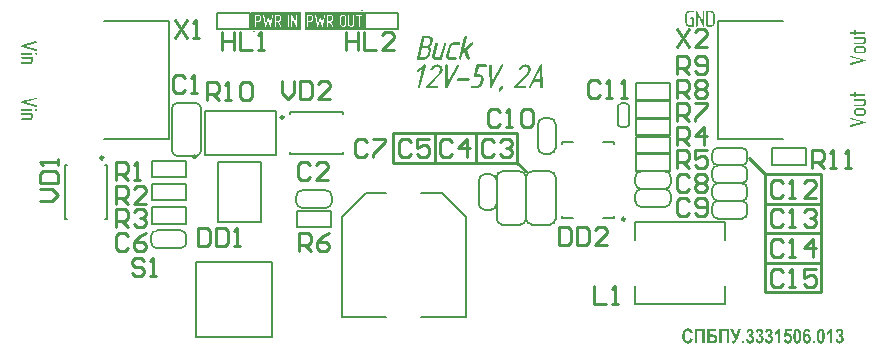
<source format=gto>
G04*
G04 #@! TF.GenerationSoftware,Altium Limited,Altium Designer,19.1.6 (110)*
G04*
G04 Layer_Color=65535*
%FSLAX43Y43*%
%MOMM*%
G71*
G01*
G75*
%ADD10C,0.250*%
%ADD11C,0.200*%
%ADD12C,0.254*%
G36*
X121114Y71977D02*
X121128Y71971D01*
X121144Y71961D01*
X121148Y71957D01*
X121153Y71948D01*
X121161Y71932D01*
X121163Y71920D01*
X121165Y71909D01*
Y71791D01*
X121938D01*
X121940D01*
X121941D01*
X121953Y71790D01*
X121969Y71784D01*
X121982Y71774D01*
X121984Y71770D01*
X121990Y71760D01*
X121998Y71743D01*
X122000Y71723D01*
Y71721D01*
X121998Y71712D01*
X121994Y71698D01*
X121984Y71676D01*
X121980Y71672D01*
X121973Y71665D01*
X121957Y71657D01*
X121949Y71655D01*
X121938Y71653D01*
X121165D01*
Y71626D01*
X121163Y71620D01*
Y71612D01*
X121157Y71594D01*
X121146Y71579D01*
X121144D01*
X121142Y71577D01*
X121132Y71571D01*
X121118Y71563D01*
X121101Y71561D01*
X121099D01*
X121089Y71563D01*
X121077Y71567D01*
X121060Y71577D01*
X121058D01*
X121056Y71581D01*
X121046Y71591D01*
X121038Y71608D01*
X121036Y71618D01*
X121034Y71632D01*
Y71653D01*
X120728D01*
X120724D01*
X120716Y71655D01*
X120703Y71661D01*
X120687Y71672D01*
X120685D01*
X120683Y71676D01*
X120675Y71686D01*
X120668Y71702D01*
X120664Y71712D01*
Y71727D01*
X120666Y71739D01*
X120672Y71754D01*
X120681Y71770D01*
Y71772D01*
X120685Y71774D01*
X120693Y71782D01*
X120709Y71788D01*
X120718Y71791D01*
X120728D01*
X121034D01*
Y71914D01*
X121036Y71926D01*
X121044Y71942D01*
X121048Y71949D01*
X121056Y71957D01*
Y71959D01*
X121060Y71961D01*
X121070Y71969D01*
X121083Y71975D01*
X121093Y71979D01*
X121101D01*
X121105D01*
X121114Y71977D01*
D02*
G37*
G36*
X121947Y71372D02*
X121957Y71370D01*
X121969Y71366D01*
X121980Y71356D01*
X121990Y71345D01*
X121998Y71327D01*
X122000Y71304D01*
Y70974D01*
X121998Y70964D01*
X121996Y70947D01*
X121992Y70927D01*
X121986Y70904D01*
X121975Y70879D01*
X121961Y70853D01*
X121941Y70830D01*
X121940Y70828D01*
X121932Y70820D01*
X121918Y70810D01*
X121901Y70801D01*
X121881Y70789D01*
X121856Y70779D01*
X121828Y70771D01*
X121797Y70769D01*
X121101D01*
X121099D01*
X121097D01*
X121087Y70771D01*
X121073Y70777D01*
X121058Y70789D01*
X121056D01*
X121054Y70793D01*
X121046Y70802D01*
X121038Y70818D01*
X121034Y70828D01*
Y70843D01*
X121036Y70855D01*
X121042Y70871D01*
X121054Y70886D01*
Y70888D01*
X121058Y70890D01*
X121066Y70898D01*
X121081Y70906D01*
X121091Y70910D01*
X121101D01*
X121797D01*
X121799D01*
X121803D01*
X121809Y70912D01*
X121817D01*
X121834Y70918D01*
X121852Y70929D01*
Y70931D01*
X121856Y70933D01*
X121862Y70943D01*
X121867Y70959D01*
X121871Y70978D01*
Y71234D01*
X121101D01*
X121099D01*
X121097D01*
X121087Y71236D01*
X121073Y71241D01*
X121058Y71253D01*
X121056D01*
X121054Y71257D01*
X121046Y71267D01*
X121038Y71282D01*
X121034Y71292D01*
Y71308D01*
X121036Y71319D01*
X121042Y71335D01*
X121054Y71353D01*
Y71355D01*
X121058Y71356D01*
X121066Y71364D01*
X121081Y71370D01*
X121091Y71374D01*
X121101D01*
X121938D01*
X121940D01*
X121947Y71372D01*
D02*
G37*
G36*
X121826Y70580D02*
X121848Y70576D01*
X121869Y70568D01*
X121895Y70559D01*
X121918Y70543D01*
X121941Y70524D01*
X121943Y70522D01*
X121951Y70512D01*
X121959Y70500D01*
X121971Y70483D01*
X121980Y70461D01*
X121990Y70436D01*
X121998Y70406D01*
X122000Y70375D01*
Y70184D01*
X121998Y70174D01*
X121996Y70157D01*
X121992Y70137D01*
X121986Y70114D01*
X121975Y70089D01*
X121961Y70063D01*
X121941Y70040D01*
X121940Y70038D01*
X121932Y70030D01*
X121918Y70020D01*
X121901Y70010D01*
X121881Y69999D01*
X121856Y69989D01*
X121828Y69981D01*
X121797Y69979D01*
X121239D01*
X121235D01*
X121228Y69981D01*
X121212Y69983D01*
X121194Y69987D01*
X121173Y69993D01*
X121149Y70005D01*
X121124Y70018D01*
X121101Y70038D01*
X121099Y70040D01*
X121091Y70048D01*
X121079Y70061D01*
X121068Y70079D01*
X121056Y70100D01*
X121044Y70126D01*
X121036Y70155D01*
X121034Y70188D01*
Y70391D01*
X121038Y70406D01*
X121042Y70426D01*
X121050Y70449D01*
X121060Y70475D01*
X121075Y70500D01*
X121095Y70524D01*
X121097Y70525D01*
X121105Y70533D01*
X121118Y70543D01*
X121134Y70555D01*
X121155Y70564D01*
X121181Y70574D01*
X121208Y70582D01*
X121239Y70584D01*
X121797D01*
X121801D01*
X121811D01*
X121826Y70580D01*
D02*
G37*
G36*
X120746Y69788D02*
X121945Y69462D01*
X121947D01*
X121953Y69458D01*
X121963Y69455D01*
X121973Y69449D01*
X121982Y69439D01*
X121992Y69427D01*
X121998Y69414D01*
X122000Y69396D01*
Y69388D01*
X121996Y69378D01*
X121992Y69369D01*
X121986Y69357D01*
X121977Y69345D01*
X121963Y69336D01*
X121945Y69328D01*
X120746Y69002D01*
X120730Y69000D01*
X120728D01*
X120726D01*
X120714Y69002D01*
X120701Y69008D01*
X120685Y69020D01*
Y69021D01*
X120681Y69023D01*
X120675Y69033D01*
X120670Y69051D01*
X120666Y69070D01*
Y69074D01*
X120668Y69082D01*
X120670Y69094D01*
X120675Y69107D01*
X120677Y69109D01*
X120683Y69117D01*
X120695Y69127D01*
X120705Y69131D01*
X120714Y69137D01*
X121664Y69396D01*
X120714Y69653D01*
X120713D01*
X120705Y69657D01*
X120693Y69663D01*
X120681Y69673D01*
X120679Y69677D01*
X120675Y69685D01*
X120670Y69700D01*
X120666Y69718D01*
Y69724D01*
X120668Y69735D01*
X120674Y69753D01*
X120683Y69769D01*
Y69771D01*
X120687Y69772D01*
X120695Y69780D01*
X120711Y69786D01*
X120720Y69790D01*
X120730D01*
X120746Y69788D01*
D02*
G37*
G36*
X108277Y78834D02*
X108293Y78828D01*
X108311Y78819D01*
X108313D01*
X108314Y78815D01*
X108322Y78807D01*
X108328Y78791D01*
X108332Y78782D01*
Y78772D01*
Y77562D01*
Y77560D01*
X108330Y77551D01*
X108324Y77537D01*
X108314Y77518D01*
X108313D01*
X108311Y77516D01*
X108299Y77510D01*
X108279Y77502D01*
X108258Y77500D01*
X108225Y77508D01*
X108199Y77535D01*
X107774Y78456D01*
Y77562D01*
Y77560D01*
Y77559D01*
X107772Y77547D01*
X107766Y77531D01*
X107755Y77518D01*
X107751Y77516D01*
X107741Y77510D01*
X107725Y77502D01*
X107704Y77500D01*
X107702D01*
X107692Y77502D01*
X107679Y77506D01*
X107657Y77516D01*
X107653Y77520D01*
X107645Y77527D01*
X107638Y77543D01*
X107636Y77551D01*
X107634Y77562D01*
Y78772D01*
Y78776D01*
X107636Y78784D01*
X107641Y78797D01*
X107653Y78813D01*
Y78815D01*
X107657Y78817D01*
X107667Y78825D01*
X107682Y78832D01*
X107692Y78836D01*
X107708D01*
X107716Y78834D01*
X107725Y78832D01*
X107739Y78826D01*
X107743Y78825D01*
X107749Y78821D01*
X107759Y78811D01*
X107766Y78797D01*
X108194Y77878D01*
Y78772D01*
Y78776D01*
X108195Y78784D01*
X108201Y78797D01*
X108213Y78813D01*
Y78815D01*
X108217Y78817D01*
X108227Y78825D01*
X108242Y78832D01*
X108252Y78836D01*
X108266D01*
X108277Y78834D01*
D02*
G37*
G36*
X108935D02*
X108945D01*
X108958Y78832D01*
X108987Y78825D01*
X109021Y78815D01*
X109056Y78799D01*
X109091Y78778D01*
X109108Y78764D01*
X109126Y78748D01*
X109128D01*
X109130Y78745D01*
X109140Y78733D01*
X109155Y78715D01*
X109171Y78690D01*
X109186Y78661D01*
X109202Y78624D01*
X109212Y78585D01*
X109216Y78563D01*
Y78540D01*
Y77795D01*
Y77793D01*
Y77789D01*
Y77783D01*
X109214Y77775D01*
X109212Y77752D01*
X109204Y77724D01*
X109194Y77691D01*
X109179Y77658D01*
X109157Y77623D01*
X109144Y77605D01*
X109128Y77588D01*
X109124Y77584D01*
X109112Y77574D01*
X109093Y77560D01*
X109067Y77545D01*
X109036Y77527D01*
X109001Y77514D01*
X108958Y77504D01*
X108937Y77502D01*
X108913Y77500D01*
X108584D01*
X108576Y77502D01*
X108566Y77504D01*
X108552Y77508D01*
X108539Y77516D01*
X108529Y77527D01*
X108521Y77541D01*
X108517Y77562D01*
Y78772D01*
Y78774D01*
X108519Y78782D01*
X108521Y78791D01*
X108527Y78805D01*
X108535Y78817D01*
X108547Y78826D01*
X108564Y78834D01*
X108588Y78836D01*
X108925D01*
X108935Y78834D01*
D02*
G37*
G36*
X107394D02*
X107409Y78826D01*
X107419Y78823D01*
X107427Y78815D01*
X107429D01*
X107431Y78811D01*
X107439Y78803D01*
X107444Y78789D01*
X107448Y78780D01*
Y78772D01*
Y78770D01*
Y78768D01*
X107446Y78758D01*
X107441Y78743D01*
X107429Y78727D01*
X107425Y78723D01*
X107415Y78717D01*
X107400Y78711D01*
X107378Y78707D01*
X107041D01*
X107029Y78706D01*
X107013Y78702D01*
X106996Y78696D01*
X106976Y78686D01*
X106957Y78674D01*
X106937Y78659D01*
X106935Y78657D01*
X106929Y78651D01*
X106922Y78639D01*
X106914Y78626D01*
X106906Y78608D01*
X106898Y78589D01*
X106892Y78565D01*
X106890Y78540D01*
Y77795D01*
Y77791D01*
Y77783D01*
X106892Y77771D01*
X106896Y77754D01*
X106902Y77736D01*
X106912Y77717D01*
X106924Y77697D01*
X106939Y77678D01*
X106941Y77676D01*
X106949Y77670D01*
X106959Y77662D01*
X106972Y77654D01*
X106990Y77644D01*
X107007Y77637D01*
X107029Y77631D01*
X107052Y77629D01*
X107308D01*
Y78148D01*
X107187D01*
X107181Y78150D01*
X107173D01*
X107156Y78157D01*
X107148Y78161D01*
X107140Y78169D01*
X107138Y78173D01*
X107132Y78183D01*
X107125Y78196D01*
X107123Y78212D01*
Y78214D01*
X107125Y78224D01*
X107128Y78235D01*
X107138Y78253D01*
Y78255D01*
X107142Y78257D01*
X107152Y78267D01*
X107169Y78274D01*
X107179Y78276D01*
X107193Y78278D01*
X107390D01*
X107400Y78274D01*
X107413Y78271D01*
X107427Y78263D01*
X107437Y78251D01*
X107444Y78233D01*
X107448Y78212D01*
Y77562D01*
Y77560D01*
X107446Y77553D01*
X107444Y77543D01*
X107441Y77531D01*
X107431Y77520D01*
X107419Y77510D01*
X107402Y77502D01*
X107378Y77500D01*
X107041D01*
X107033Y77502D01*
X107011Y77504D01*
X106982Y77512D01*
X106949Y77521D01*
X106914Y77537D01*
X106877Y77559D01*
X106859Y77570D01*
X106842Y77586D01*
Y77588D01*
X106838Y77590D01*
X106828Y77601D01*
X106812Y77619D01*
X106797Y77644D01*
X106779Y77674D01*
X106764Y77711D01*
X106754Y77750D01*
X106752Y77771D01*
X106750Y77795D01*
Y78540D01*
Y78542D01*
Y78546D01*
Y78551D01*
X106752Y78559D01*
X106754Y78581D01*
X106762Y78610D01*
X106771Y78641D01*
X106787Y78676D01*
X106809Y78711D01*
X106820Y78729D01*
X106836Y78747D01*
X106838Y78748D01*
X106840Y78750D01*
X106851Y78760D01*
X106871Y78776D01*
X106896Y78791D01*
X106928Y78807D01*
X106965Y78823D01*
X107006Y78832D01*
X107029Y78836D01*
X107382D01*
X107394Y78834D01*
D02*
G37*
G36*
X121114Y77227D02*
X121128Y77221D01*
X121144Y77211D01*
X121148Y77207D01*
X121153Y77198D01*
X121161Y77182D01*
X121163Y77170D01*
X121165Y77159D01*
Y77041D01*
X121938D01*
X121940D01*
X121941D01*
X121953Y77040D01*
X121969Y77034D01*
X121982Y77024D01*
X121984Y77020D01*
X121990Y77010D01*
X121998Y76993D01*
X122000Y76973D01*
Y76971D01*
X121998Y76962D01*
X121994Y76948D01*
X121984Y76926D01*
X121980Y76922D01*
X121973Y76915D01*
X121957Y76907D01*
X121949Y76905D01*
X121938Y76903D01*
X121165D01*
Y76876D01*
X121163Y76870D01*
Y76862D01*
X121157Y76844D01*
X121146Y76829D01*
X121144D01*
X121142Y76827D01*
X121132Y76821D01*
X121118Y76813D01*
X121101Y76811D01*
X121099D01*
X121089Y76813D01*
X121077Y76817D01*
X121060Y76827D01*
X121058D01*
X121056Y76831D01*
X121046Y76841D01*
X121038Y76858D01*
X121036Y76868D01*
X121034Y76882D01*
Y76903D01*
X120728D01*
X120724D01*
X120716Y76905D01*
X120703Y76911D01*
X120687Y76922D01*
X120685D01*
X120683Y76926D01*
X120675Y76936D01*
X120668Y76952D01*
X120664Y76962D01*
Y76977D01*
X120666Y76989D01*
X120672Y77004D01*
X120681Y77020D01*
Y77022D01*
X120685Y77024D01*
X120693Y77032D01*
X120709Y77038D01*
X120718Y77041D01*
X120728D01*
X121034D01*
Y77164D01*
X121036Y77176D01*
X121044Y77192D01*
X121048Y77199D01*
X121056Y77207D01*
Y77209D01*
X121060Y77211D01*
X121070Y77219D01*
X121083Y77225D01*
X121093Y77229D01*
X121101D01*
X121105D01*
X121114Y77227D01*
D02*
G37*
G36*
X121947Y76622D02*
X121957Y76620D01*
X121969Y76616D01*
X121980Y76606D01*
X121990Y76595D01*
X121998Y76577D01*
X122000Y76554D01*
Y76224D01*
X121998Y76214D01*
X121996Y76197D01*
X121992Y76177D01*
X121986Y76154D01*
X121975Y76129D01*
X121961Y76103D01*
X121941Y76080D01*
X121940Y76078D01*
X121932Y76070D01*
X121918Y76060D01*
X121901Y76051D01*
X121881Y76039D01*
X121856Y76029D01*
X121828Y76021D01*
X121797Y76019D01*
X121101D01*
X121099D01*
X121097D01*
X121087Y76021D01*
X121073Y76027D01*
X121058Y76039D01*
X121056D01*
X121054Y76043D01*
X121046Y76052D01*
X121038Y76068D01*
X121034Y76078D01*
Y76093D01*
X121036Y76105D01*
X121042Y76121D01*
X121054Y76136D01*
Y76138D01*
X121058Y76140D01*
X121066Y76148D01*
X121081Y76156D01*
X121091Y76160D01*
X121101D01*
X121797D01*
X121799D01*
X121803D01*
X121809Y76162D01*
X121817D01*
X121834Y76168D01*
X121852Y76179D01*
Y76181D01*
X121856Y76183D01*
X121862Y76193D01*
X121867Y76209D01*
X121871Y76228D01*
Y76484D01*
X121101D01*
X121099D01*
X121097D01*
X121087Y76486D01*
X121073Y76491D01*
X121058Y76503D01*
X121056D01*
X121054Y76507D01*
X121046Y76517D01*
X121038Y76532D01*
X121034Y76542D01*
Y76558D01*
X121036Y76569D01*
X121042Y76585D01*
X121054Y76603D01*
Y76605D01*
X121058Y76606D01*
X121066Y76614D01*
X121081Y76620D01*
X121091Y76624D01*
X121101D01*
X121938D01*
X121940D01*
X121947Y76622D01*
D02*
G37*
G36*
X121826Y75830D02*
X121848Y75826D01*
X121869Y75818D01*
X121895Y75809D01*
X121918Y75793D01*
X121941Y75774D01*
X121943Y75772D01*
X121951Y75762D01*
X121959Y75750D01*
X121971Y75733D01*
X121980Y75711D01*
X121990Y75686D01*
X121998Y75656D01*
X122000Y75625D01*
Y75434D01*
X121998Y75424D01*
X121996Y75407D01*
X121992Y75387D01*
X121986Y75364D01*
X121975Y75339D01*
X121961Y75313D01*
X121941Y75290D01*
X121940Y75288D01*
X121932Y75280D01*
X121918Y75270D01*
X121901Y75260D01*
X121881Y75249D01*
X121856Y75239D01*
X121828Y75231D01*
X121797Y75229D01*
X121239D01*
X121235D01*
X121228Y75231D01*
X121212Y75233D01*
X121194Y75237D01*
X121173Y75243D01*
X121149Y75255D01*
X121124Y75268D01*
X121101Y75288D01*
X121099Y75290D01*
X121091Y75298D01*
X121079Y75311D01*
X121068Y75329D01*
X121056Y75350D01*
X121044Y75376D01*
X121036Y75405D01*
X121034Y75438D01*
Y75641D01*
X121038Y75656D01*
X121042Y75676D01*
X121050Y75699D01*
X121060Y75725D01*
X121075Y75750D01*
X121095Y75774D01*
X121097Y75775D01*
X121105Y75783D01*
X121118Y75793D01*
X121134Y75805D01*
X121155Y75814D01*
X121181Y75824D01*
X121208Y75832D01*
X121239Y75834D01*
X121797D01*
X121801D01*
X121811D01*
X121826Y75830D01*
D02*
G37*
G36*
X120746Y75038D02*
X121945Y74712D01*
X121947D01*
X121953Y74708D01*
X121963Y74705D01*
X121973Y74699D01*
X121982Y74689D01*
X121992Y74677D01*
X121998Y74664D01*
X122000Y74646D01*
Y74638D01*
X121996Y74628D01*
X121992Y74619D01*
X121986Y74607D01*
X121977Y74595D01*
X121963Y74586D01*
X121945Y74578D01*
X120746Y74252D01*
X120730Y74250D01*
X120728D01*
X120726D01*
X120714Y74252D01*
X120701Y74258D01*
X120685Y74270D01*
Y74271D01*
X120681Y74273D01*
X120675Y74283D01*
X120670Y74301D01*
X120666Y74320D01*
Y74324D01*
X120668Y74332D01*
X120670Y74344D01*
X120675Y74357D01*
X120677Y74359D01*
X120683Y74367D01*
X120695Y74377D01*
X120705Y74381D01*
X120714Y74387D01*
X121664Y74646D01*
X120714Y74903D01*
X120713D01*
X120705Y74907D01*
X120693Y74913D01*
X120681Y74923D01*
X120679Y74927D01*
X120675Y74935D01*
X120670Y74950D01*
X120666Y74968D01*
Y74974D01*
X120668Y74985D01*
X120674Y75003D01*
X120683Y75019D01*
Y75021D01*
X120687Y75022D01*
X120695Y75030D01*
X120711Y75036D01*
X120720Y75040D01*
X120730D01*
X120746Y75038D01*
D02*
G37*
G36*
X51786Y76248D02*
X51799Y76242D01*
X51815Y76230D01*
Y76229D01*
X51819Y76227D01*
X51825Y76217D01*
X51830Y76199D01*
X51834Y76180D01*
Y76176D01*
X51832Y76168D01*
X51830Y76156D01*
X51825Y76143D01*
X51823Y76141D01*
X51817Y76133D01*
X51805Y76123D01*
X51795Y76119D01*
X51786Y76113D01*
X50836Y75854D01*
X51786Y75597D01*
X51787D01*
X51795Y75593D01*
X51807Y75587D01*
X51819Y75577D01*
X51821Y75573D01*
X51825Y75565D01*
X51830Y75550D01*
X51834Y75532D01*
Y75526D01*
X51832Y75515D01*
X51826Y75497D01*
X51817Y75481D01*
Y75479D01*
X51813Y75478D01*
X51805Y75470D01*
X51789Y75464D01*
X51780Y75460D01*
X51770D01*
X51754Y75462D01*
X50555Y75788D01*
X50553D01*
X50547Y75792D01*
X50537Y75795D01*
X50527Y75801D01*
X50518Y75811D01*
X50508Y75823D01*
X50502Y75836D01*
X50500Y75854D01*
Y75862D01*
X50504Y75872D01*
X50508Y75881D01*
X50514Y75893D01*
X50523Y75905D01*
X50537Y75914D01*
X50555Y75922D01*
X51754Y76248D01*
X51770Y76250D01*
X51772D01*
X51774D01*
X51786Y76248D01*
D02*
G37*
G36*
X51782Y75267D02*
X51793Y75263D01*
X51811Y75253D01*
X51813D01*
X51815Y75249D01*
X51825Y75241D01*
X51832Y75224D01*
X51834Y75214D01*
X51836Y75201D01*
Y75197D01*
X51834Y75185D01*
X51828Y75171D01*
X51817Y75154D01*
Y75152D01*
X51813Y75150D01*
X51805Y75142D01*
X51791Y75134D01*
X51782Y75130D01*
X51772D01*
X51770D01*
X51768D01*
X51758Y75132D01*
X51743Y75138D01*
X51727Y75148D01*
X51723Y75152D01*
X51717Y75161D01*
X51711Y75177D01*
X51708Y75201D01*
Y75206D01*
X51709Y75212D01*
Y75220D01*
X51715Y75238D01*
X51727Y75253D01*
X51731Y75255D01*
X51741Y75261D01*
X51754Y75267D01*
X51772Y75269D01*
X51774D01*
X51782Y75267D01*
D02*
G37*
G36*
X51413D02*
X51427Y75261D01*
X51442Y75249D01*
X51444D01*
X51446Y75245D01*
X51454Y75236D01*
X51462Y75220D01*
X51466Y75210D01*
Y75197D01*
X51464Y75185D01*
X51458Y75169D01*
X51448Y75152D01*
Y75150D01*
X51444Y75148D01*
X51436Y75140D01*
X51421Y75134D01*
X51411Y75130D01*
X51401D01*
X50562D01*
X50559D01*
X50549Y75132D01*
X50535Y75138D01*
X50518Y75150D01*
Y75152D01*
X50516Y75154D01*
X50510Y75165D01*
X50502Y75181D01*
X50500Y75201D01*
Y75202D01*
X50502Y75210D01*
X50506Y75226D01*
X50516Y75245D01*
X50520Y75249D01*
X50527Y75257D01*
X50543Y75265D01*
X50551Y75267D01*
X50562Y75269D01*
X51401D01*
X51405D01*
X51413Y75267D01*
D02*
G37*
G36*
X51409Y74943D02*
X51421Y74941D01*
X51432Y74935D01*
X51444Y74927D01*
X51456Y74916D01*
X51464Y74898D01*
X51466Y74875D01*
Y74533D01*
X51462Y74518D01*
X51458Y74498D01*
X51450Y74475D01*
X51440Y74449D01*
X51425Y74424D01*
X51405Y74401D01*
X51403Y74399D01*
X51395Y74391D01*
X51382Y74381D01*
X51366Y74370D01*
X51345Y74360D01*
X51319Y74350D01*
X51292Y74342D01*
X51261Y74340D01*
X50562D01*
X50560D01*
X50559D01*
X50547Y74342D01*
X50531Y74348D01*
X50518Y74360D01*
X50516Y74364D01*
X50510Y74373D01*
X50502Y74389D01*
X50500Y74410D01*
Y74412D01*
X50502Y74422D01*
X50506Y74436D01*
X50516Y74457D01*
X50520Y74461D01*
X50527Y74469D01*
X50543Y74477D01*
X50551Y74479D01*
X50562Y74481D01*
X51261D01*
X51263D01*
X51267D01*
X51272Y74483D01*
X51278D01*
X51296Y74490D01*
X51306Y74494D01*
X51313Y74502D01*
X51315D01*
X51317Y74506D01*
X51325Y74516D01*
X51331Y74529D01*
X51335Y74539D01*
Y74805D01*
X50562D01*
X50560D01*
X50559D01*
X50547Y74806D01*
X50531Y74812D01*
X50518Y74824D01*
X50516Y74828D01*
X50510Y74838D01*
X50502Y74853D01*
X50500Y74875D01*
Y74877D01*
X50502Y74886D01*
X50506Y74900D01*
X50516Y74922D01*
X50520Y74925D01*
X50527Y74933D01*
X50543Y74941D01*
X50551Y74943D01*
X50562Y74945D01*
X51399D01*
X51401D01*
X51409Y74943D01*
D02*
G37*
G36*
X117070Y51942D02*
X117090Y51940D01*
X117117Y51934D01*
X117146Y51924D01*
X117180Y51911D01*
X117211Y51891D01*
X117242Y51866D01*
X117246Y51862D01*
X117256Y51852D01*
X117269Y51833D01*
X117285Y51809D01*
X117302Y51776D01*
X117318Y51735D01*
X117334Y51688D01*
X117343Y51634D01*
X117150Y51608D01*
Y51610D01*
Y51614D01*
X117148Y51622D01*
X117146Y51630D01*
X117141Y51651D01*
X117131Y51679D01*
X117117Y51704D01*
X117098Y51725D01*
X117084Y51733D01*
X117070Y51741D01*
X117055Y51745D01*
X117037Y51747D01*
X117035D01*
X117027Y51745D01*
X117016Y51743D01*
X117000Y51739D01*
X116984Y51729D01*
X116967Y51718D01*
X116949Y51700D01*
X116932Y51677D01*
X116930Y51673D01*
X116928Y51669D01*
X116926Y51663D01*
X116922Y51653D01*
X116918Y51644D01*
X116914Y51630D01*
X116908Y51614D01*
X116905Y51597D01*
X116901Y51577D01*
X116897Y51554D01*
X116891Y51528D01*
X116887Y51499D01*
X116885Y51468D01*
X116881Y51433D01*
X116879Y51394D01*
X116881Y51396D01*
X116885Y51402D01*
X116893Y51411D01*
X116903Y51423D01*
X116916Y51437D01*
X116930Y51450D01*
X116945Y51462D01*
X116961Y51474D01*
X116963Y51476D01*
X116969Y51478D01*
X116979Y51482D01*
X116990Y51487D01*
X117006Y51493D01*
X117022Y51497D01*
X117041Y51499D01*
X117061Y51501D01*
X117072D01*
X117080Y51499D01*
X117104Y51495D01*
X117133Y51487D01*
X117166Y51474D01*
X117183Y51464D01*
X117201Y51454D01*
X117219Y51441D01*
X117236Y51425D01*
X117254Y51407D01*
X117271Y51388D01*
X117273Y51386D01*
X117275Y51382D01*
X117279Y51376D01*
X117285Y51367D01*
X117293Y51357D01*
X117301Y51343D01*
X117308Y51326D01*
X117318Y51308D01*
X117326Y51289D01*
X117334Y51265D01*
X117341Y51242D01*
X117349Y51214D01*
X117359Y51156D01*
X117363Y51123D01*
Y51090D01*
Y51088D01*
Y51082D01*
Y51070D01*
X117361Y51056D01*
Y51041D01*
X117357Y51021D01*
X117355Y51000D01*
X117351Y50976D01*
X117340Y50926D01*
X117322Y50875D01*
X117312Y50848D01*
X117299Y50824D01*
X117285Y50799D01*
X117267Y50777D01*
X117265Y50775D01*
X117263Y50774D01*
X117258Y50768D01*
X117250Y50760D01*
X117230Y50742D01*
X117203Y50723D01*
X117168Y50701D01*
X117127Y50684D01*
X117105Y50676D01*
X117082Y50670D01*
X117057Y50668D01*
X117031Y50666D01*
X117025D01*
X117016Y50668D01*
X117006D01*
X116992Y50670D01*
X116977Y50674D01*
X116942Y50684D01*
X116922Y50692D01*
X116901Y50701D01*
X116879Y50713D01*
X116858Y50729D01*
X116836Y50744D01*
X116817Y50764D01*
X116795Y50787D01*
X116776Y50813D01*
X116774Y50814D01*
X116772Y50820D01*
X116766Y50828D01*
X116760Y50840D01*
X116752Y50857D01*
X116745Y50877D01*
X116735Y50900D01*
X116727Y50928D01*
X116717Y50959D01*
X116707Y50996D01*
X116700Y51035D01*
X116692Y51078D01*
X116686Y51127D01*
X116680Y51179D01*
X116678Y51236D01*
X116676Y51296D01*
Y51298D01*
Y51300D01*
Y51312D01*
Y51329D01*
X116678Y51353D01*
X116680Y51380D01*
X116682Y51413D01*
X116684Y51448D01*
X116690Y51487D01*
X116702Y51569D01*
X116719Y51651D01*
X116731Y51690D01*
X116747Y51727D01*
X116762Y51761D01*
X116780Y51792D01*
X116782Y51794D01*
X116786Y51798D01*
X116791Y51805D01*
X116799Y51815D01*
X116809Y51827D01*
X116823Y51841D01*
X116836Y51854D01*
X116854Y51868D01*
X116893Y51895D01*
X116938Y51921D01*
X116965Y51930D01*
X116992Y51938D01*
X117020Y51942D01*
X117051Y51944D01*
X117063D01*
X117070Y51942D01*
D02*
G37*
G36*
X106983Y51958D02*
X106997Y51956D01*
X107014Y51954D01*
X107034Y51950D01*
X107055Y51944D01*
X107100Y51930D01*
X107126Y51921D01*
X107149Y51909D01*
X107172Y51895D01*
X107198Y51880D01*
X107221Y51862D01*
X107243Y51841D01*
X107245D01*
X107247Y51837D01*
X107250Y51833D01*
X107256Y51825D01*
X107272Y51805D01*
X107289Y51778D01*
X107309Y51743D01*
X107330Y51700D01*
X107350Y51651D01*
X107366Y51593D01*
X107161Y51532D01*
Y51534D01*
Y51536D01*
X107157Y51550D01*
X107151Y51567D01*
X107143Y51591D01*
X107131Y51614D01*
X107118Y51642D01*
X107100Y51667D01*
X107081Y51688D01*
X107079Y51690D01*
X107071Y51696D01*
X107059Y51706D01*
X107042Y51716D01*
X107022Y51725D01*
X106999Y51735D01*
X106973Y51741D01*
X106944Y51743D01*
X106932D01*
X106925Y51741D01*
X106905Y51737D01*
X106878Y51731D01*
X106849Y51720D01*
X106817Y51702D01*
X106804Y51690D01*
X106788Y51677D01*
X106772Y51661D01*
X106759Y51644D01*
Y51642D01*
X106755Y51640D01*
X106753Y51634D01*
X106747Y51624D01*
X106743Y51614D01*
X106737Y51601D01*
X106730Y51585D01*
X106724Y51565D01*
X106718Y51544D01*
X106710Y51521D01*
X106704Y51493D01*
X106700Y51464D01*
X106694Y51433D01*
X106692Y51398D01*
X106689Y51359D01*
Y51318D01*
Y51316D01*
Y51308D01*
Y51296D01*
X106691Y51279D01*
Y51259D01*
X106692Y51238D01*
X106694Y51214D01*
X106696Y51187D01*
X106706Y51132D01*
X106718Y51076D01*
X106726Y51051D01*
X106733Y51025D01*
X106745Y51002D01*
X106757Y50982D01*
Y50980D01*
X106761Y50978D01*
X106771Y50967D01*
X106784Y50951D01*
X106806Y50933D01*
X106833Y50914D01*
X106862Y50898D01*
X106899Y50887D01*
X106919Y50885D01*
X106938Y50883D01*
X106942D01*
X106952Y50885D01*
X106968Y50887D01*
X106987Y50891D01*
X107009Y50898D01*
X107032Y50910D01*
X107055Y50924D01*
X107079Y50945D01*
X107081Y50949D01*
X107089Y50957D01*
X107100Y50972D01*
X107112Y50994D01*
X107128Y51023D01*
X107141Y51058D01*
X107155Y51099D01*
X107167Y51148D01*
X107367Y51070D01*
Y51068D01*
X107366Y51060D01*
X107362Y51051D01*
X107358Y51035D01*
X107354Y51017D01*
X107346Y50998D01*
X107338Y50976D01*
X107330Y50953D01*
X107307Y50902D01*
X107280Y50852D01*
X107248Y50803D01*
X107229Y50781D01*
X107209Y50762D01*
X107207Y50760D01*
X107204Y50758D01*
X107198Y50754D01*
X107190Y50746D01*
X107180Y50740D01*
X107167Y50733D01*
X107151Y50723D01*
X107135Y50715D01*
X107096Y50697D01*
X107051Y50682D01*
X106999Y50670D01*
X106971Y50668D01*
X106942Y50666D01*
X106932D01*
X106923Y50668D01*
X106909D01*
X106891Y50670D01*
X106872Y50674D01*
X106851Y50680D01*
X106827Y50686D01*
X106802Y50694D01*
X106774Y50703D01*
X106747Y50717D01*
X106720Y50731D01*
X106692Y50748D01*
X106667Y50770D01*
X106640Y50793D01*
X106616Y50820D01*
X106614Y50822D01*
X106611Y50828D01*
X106603Y50838D01*
X106595Y50853D01*
X106583Y50871D01*
X106572Y50893D01*
X106558Y50918D01*
X106546Y50947D01*
X106533Y50980D01*
X106519Y51015D01*
X106507Y51054D01*
X106495Y51097D01*
X106488Y51144D01*
X106480Y51193D01*
X106476Y51246D01*
X106474Y51300D01*
Y51304D01*
Y51314D01*
X106476Y51331D01*
Y51353D01*
X106478Y51380D01*
X106482Y51411D01*
X106486Y51446D01*
X106492Y51484D01*
X106499Y51523D01*
X106509Y51564D01*
X106521Y51605D01*
X106535Y51647D01*
X106550Y51688D01*
X106570Y51727D01*
X106591Y51766D01*
X106616Y51802D01*
X106618Y51803D01*
X106622Y51809D01*
X106630Y51817D01*
X106640Y51827D01*
X106652Y51839D01*
X106667Y51852D01*
X106687Y51866D01*
X106706Y51882D01*
X106730Y51895D01*
X106755Y51909D01*
X106782Y51922D01*
X106812Y51934D01*
X106845Y51946D01*
X106880Y51954D01*
X106915Y51958D01*
X106954Y51960D01*
X106971D01*
X106983Y51958D01*
D02*
G37*
G36*
X111086Y50986D02*
Y50984D01*
X111084Y50978D01*
X111080Y50971D01*
X111074Y50959D01*
X111068Y50943D01*
X111062Y50928D01*
X111047Y50891D01*
X111027Y50850D01*
X111006Y50811D01*
X110984Y50774D01*
X110972Y50756D01*
X110961Y50742D01*
X110959Y50738D01*
X110951Y50731D01*
X110937Y50721D01*
X110920Y50707D01*
X110898Y50694D01*
X110875Y50684D01*
X110848Y50676D01*
X110816Y50672D01*
X110787D01*
X110770Y50674D01*
X110746Y50676D01*
X110723Y50678D01*
X110674Y50688D01*
Y50873D01*
X110703D01*
X110727Y50871D01*
X110762D01*
X110775Y50873D01*
X110791Y50875D01*
X110809Y50879D01*
X110826Y50885D01*
X110842Y50893D01*
X110855Y50902D01*
X110857Y50904D01*
X110861Y50908D01*
X110867Y50918D01*
X110875Y50932D01*
X110885Y50949D01*
X110894Y50972D01*
X110904Y51004D01*
X110916Y51039D01*
X110539Y51938D01*
X110771D01*
X111009Y51289D01*
X111216Y51938D01*
X111431D01*
X111086Y50986D01*
D02*
G37*
G36*
X119817Y51942D02*
X119829Y51940D01*
X119842Y51938D01*
X119874Y51932D01*
X119911Y51919D01*
X119948Y51901D01*
X119965Y51889D01*
X119983Y51876D01*
X120000Y51860D01*
X120016Y51842D01*
X120018Y51841D01*
X120020Y51839D01*
X120024Y51833D01*
X120030Y51825D01*
X120043Y51805D01*
X120059Y51778D01*
X120072Y51745D01*
X120086Y51708D01*
X120096Y51667D01*
X120100Y51645D01*
Y51622D01*
Y51618D01*
Y51608D01*
X120098Y51593D01*
X120096Y51573D01*
X120090Y51550D01*
X120084Y51525D01*
X120074Y51499D01*
X120061Y51474D01*
X120059Y51472D01*
X120053Y51462D01*
X120045Y51450D01*
X120033Y51435D01*
X120018Y51417D01*
X119998Y51398D01*
X119975Y51378D01*
X119950Y51359D01*
X119952D01*
X119953Y51357D01*
X119963Y51355D01*
X119979Y51347D01*
X120000Y51337D01*
X120022Y51324D01*
X120045Y51306D01*
X120069Y51285D01*
X120090Y51257D01*
X120092Y51253D01*
X120098Y51244D01*
X120108Y51226D01*
X120117Y51203D01*
X120127Y51175D01*
X120137Y51142D01*
X120143Y51103D01*
X120145Y51060D01*
Y51058D01*
Y51052D01*
Y51045D01*
X120143Y51031D01*
X120141Y51017D01*
X120139Y51000D01*
X120137Y50980D01*
X120131Y50961D01*
X120119Y50916D01*
X120102Y50869D01*
X120090Y50846D01*
X120076Y50822D01*
X120059Y50799D01*
X120041Y50777D01*
X120039Y50775D01*
X120037Y50774D01*
X120032Y50768D01*
X120024Y50760D01*
X120014Y50752D01*
X120002Y50742D01*
X119973Y50723D01*
X119938Y50701D01*
X119897Y50684D01*
X119874Y50676D01*
X119850Y50670D01*
X119825Y50668D01*
X119799Y50666D01*
X119786D01*
X119776Y50668D01*
X119764D01*
X119751Y50672D01*
X119719Y50678D01*
X119682Y50690D01*
X119645Y50705D01*
X119606Y50729D01*
X119587Y50744D01*
X119569Y50760D01*
X119567Y50762D01*
X119565Y50764D01*
X119561Y50770D01*
X119554Y50777D01*
X119548Y50787D01*
X119538Y50799D01*
X119530Y50813D01*
X119520Y50828D01*
X119503Y50865D01*
X119485Y50910D01*
X119470Y50963D01*
X119462Y51021D01*
X119655Y51047D01*
Y51043D01*
X119657Y51031D01*
X119659Y51015D01*
X119663Y50996D01*
X119669Y50974D01*
X119676Y50951D01*
X119688Y50930D01*
X119702Y50910D01*
X119704Y50908D01*
X119710Y50902D01*
X119717Y50896D01*
X119729Y50889D01*
X119743Y50879D01*
X119760Y50873D01*
X119778Y50867D01*
X119797Y50865D01*
X119807D01*
X119819Y50869D01*
X119833Y50873D01*
X119848Y50879D01*
X119866Y50889D01*
X119883Y50902D01*
X119899Y50920D01*
X119901Y50922D01*
X119905Y50930D01*
X119913Y50943D01*
X119920Y50959D01*
X119928Y50982D01*
X119936Y51008D01*
X119940Y51039D01*
X119942Y51074D01*
Y51076D01*
Y51078D01*
Y51090D01*
X119940Y51105D01*
X119936Y51125D01*
X119932Y51148D01*
X119924Y51171D01*
X119914Y51195D01*
X119901Y51216D01*
X119899Y51218D01*
X119893Y51224D01*
X119885Y51234D01*
X119874Y51244D01*
X119860Y51251D01*
X119844Y51261D01*
X119825Y51267D01*
X119803Y51269D01*
X119790D01*
X119778Y51267D01*
X119766Y51265D01*
X119751Y51261D01*
X119716Y51249D01*
X119735Y51447D01*
X119747D01*
X119762Y51448D01*
X119778Y51450D01*
X119797Y51456D01*
X119819Y51462D01*
X119838Y51474D01*
X119856Y51487D01*
X119858Y51489D01*
X119864Y51495D01*
X119870Y51505D01*
X119879Y51519D01*
X119887Y51536D01*
X119893Y51556D01*
X119899Y51579D01*
X119901Y51606D01*
Y51610D01*
Y51618D01*
X119899Y51630D01*
X119897Y51644D01*
X119893Y51661D01*
X119887Y51679D01*
X119879Y51694D01*
X119868Y51710D01*
X119866Y51712D01*
X119862Y51716D01*
X119856Y51722D01*
X119846Y51729D01*
X119835Y51735D01*
X119821Y51741D01*
X119803Y51745D01*
X119786Y51747D01*
X119778D01*
X119768Y51745D01*
X119756Y51741D01*
X119743Y51737D01*
X119729Y51729D01*
X119714Y51718D01*
X119700Y51704D01*
X119698Y51702D01*
X119694Y51696D01*
X119688Y51686D01*
X119680Y51673D01*
X119673Y51655D01*
X119667Y51634D01*
X119661Y51608D01*
X119657Y51579D01*
X119476Y51616D01*
Y51618D01*
X119478Y51624D01*
X119479Y51632D01*
X119481Y51644D01*
X119485Y51659D01*
X119489Y51675D01*
X119499Y51712D01*
X119515Y51753D01*
X119534Y51794D01*
X119558Y51833D01*
X119569Y51850D01*
X119585Y51866D01*
X119589Y51870D01*
X119600Y51878D01*
X119618Y51891D01*
X119641Y51905D01*
X119673Y51919D01*
X119708Y51932D01*
X119749Y51940D01*
X119794Y51944D01*
X119807D01*
X119817Y51942D01*
D02*
G37*
G36*
X113834D02*
X113846Y51940D01*
X113859Y51938D01*
X113891Y51932D01*
X113928Y51919D01*
X113965Y51901D01*
X113982Y51889D01*
X114000Y51876D01*
X114017Y51860D01*
X114033Y51842D01*
X114035Y51841D01*
X114037Y51839D01*
X114041Y51833D01*
X114047Y51825D01*
X114060Y51805D01*
X114076Y51778D01*
X114090Y51745D01*
X114103Y51708D01*
X114113Y51667D01*
X114117Y51645D01*
Y51622D01*
Y51618D01*
Y51608D01*
X114115Y51593D01*
X114113Y51573D01*
X114107Y51550D01*
X114101Y51525D01*
X114092Y51499D01*
X114078Y51474D01*
X114076Y51472D01*
X114070Y51462D01*
X114062Y51450D01*
X114051Y51435D01*
X114035Y51417D01*
X114016Y51398D01*
X113992Y51378D01*
X113967Y51359D01*
X113969D01*
X113971Y51357D01*
X113980Y51355D01*
X113996Y51347D01*
X114017Y51337D01*
X114039Y51324D01*
X114062Y51306D01*
X114086Y51285D01*
X114107Y51257D01*
X114109Y51253D01*
X114115Y51244D01*
X114125Y51226D01*
X114134Y51203D01*
X114144Y51175D01*
X114154Y51142D01*
X114160Y51103D01*
X114162Y51060D01*
Y51058D01*
Y51052D01*
Y51045D01*
X114160Y51031D01*
X114158Y51017D01*
X114156Y51000D01*
X114154Y50980D01*
X114148Y50961D01*
X114136Y50916D01*
X114119Y50869D01*
X114107Y50846D01*
X114094Y50822D01*
X114076Y50799D01*
X114058Y50777D01*
X114056Y50775D01*
X114055Y50774D01*
X114049Y50768D01*
X114041Y50760D01*
X114031Y50752D01*
X114019Y50742D01*
X113990Y50723D01*
X113955Y50701D01*
X113914Y50684D01*
X113891Y50676D01*
X113867Y50670D01*
X113842Y50668D01*
X113817Y50666D01*
X113803D01*
X113793Y50668D01*
X113781D01*
X113768Y50672D01*
X113737Y50678D01*
X113699Y50690D01*
X113662Y50705D01*
X113623Y50729D01*
X113604Y50744D01*
X113586Y50760D01*
X113584Y50762D01*
X113582Y50764D01*
X113579Y50770D01*
X113571Y50777D01*
X113565Y50787D01*
X113555Y50799D01*
X113547Y50813D01*
X113538Y50828D01*
X113520Y50865D01*
X113502Y50910D01*
X113487Y50963D01*
X113479Y51021D01*
X113672Y51047D01*
Y51043D01*
X113674Y51031D01*
X113676Y51015D01*
X113680Y50996D01*
X113686Y50974D01*
X113694Y50951D01*
X113705Y50930D01*
X113719Y50910D01*
X113721Y50908D01*
X113727Y50902D01*
X113735Y50896D01*
X113746Y50889D01*
X113760Y50879D01*
X113778Y50873D01*
X113795Y50867D01*
X113815Y50865D01*
X113824D01*
X113836Y50869D01*
X113850Y50873D01*
X113865Y50879D01*
X113883Y50889D01*
X113900Y50902D01*
X113916Y50920D01*
X113918Y50922D01*
X113922Y50930D01*
X113930Y50943D01*
X113937Y50959D01*
X113945Y50982D01*
X113953Y51008D01*
X113957Y51039D01*
X113959Y51074D01*
Y51076D01*
Y51078D01*
Y51090D01*
X113957Y51105D01*
X113953Y51125D01*
X113949Y51148D01*
X113941Y51171D01*
X113932Y51195D01*
X113918Y51216D01*
X113916Y51218D01*
X113910Y51224D01*
X113902Y51234D01*
X113891Y51244D01*
X113877Y51251D01*
X113861Y51261D01*
X113842Y51267D01*
X113820Y51269D01*
X113807D01*
X113795Y51267D01*
X113783Y51265D01*
X113768Y51261D01*
X113733Y51249D01*
X113752Y51447D01*
X113764D01*
X113779Y51448D01*
X113795Y51450D01*
X113815Y51456D01*
X113836Y51462D01*
X113856Y51474D01*
X113873Y51487D01*
X113875Y51489D01*
X113881Y51495D01*
X113887Y51505D01*
X113897Y51519D01*
X113904Y51536D01*
X113910Y51556D01*
X113916Y51579D01*
X113918Y51606D01*
Y51610D01*
Y51618D01*
X113916Y51630D01*
X113914Y51644D01*
X113910Y51661D01*
X113904Y51679D01*
X113897Y51694D01*
X113885Y51710D01*
X113883Y51712D01*
X113879Y51716D01*
X113873Y51722D01*
X113863Y51729D01*
X113852Y51735D01*
X113838Y51741D01*
X113820Y51745D01*
X113803Y51747D01*
X113795D01*
X113785Y51745D01*
X113774Y51741D01*
X113760Y51737D01*
X113746Y51729D01*
X113731Y51718D01*
X113717Y51704D01*
X113715Y51702D01*
X113711Y51696D01*
X113705Y51686D01*
X113698Y51673D01*
X113690Y51655D01*
X113684Y51634D01*
X113678Y51608D01*
X113674Y51579D01*
X113493Y51616D01*
Y51618D01*
X113495Y51624D01*
X113497Y51632D01*
X113499Y51644D01*
X113502Y51659D01*
X113506Y51675D01*
X113516Y51712D01*
X113532Y51753D01*
X113551Y51794D01*
X113575Y51833D01*
X113586Y51850D01*
X113602Y51866D01*
X113606Y51870D01*
X113618Y51878D01*
X113635Y51891D01*
X113659Y51905D01*
X113690Y51919D01*
X113725Y51932D01*
X113766Y51940D01*
X113811Y51944D01*
X113824D01*
X113834Y51942D01*
D02*
G37*
G36*
X113036Y51942D02*
X113048Y51940D01*
X113062Y51938D01*
X113093Y51932D01*
X113130Y51919D01*
X113167Y51901D01*
X113185Y51889D01*
X113202Y51876D01*
X113220Y51860D01*
X113235Y51842D01*
X113237Y51841D01*
X113239Y51839D01*
X113243Y51833D01*
X113249Y51825D01*
X113263Y51805D01*
X113278Y51778D01*
X113292Y51745D01*
X113305Y51708D01*
X113315Y51667D01*
X113319Y51645D01*
Y51622D01*
Y51618D01*
Y51608D01*
X113317Y51593D01*
X113315Y51573D01*
X113309Y51550D01*
X113303Y51525D01*
X113294Y51499D01*
X113280Y51474D01*
X113278Y51472D01*
X113272Y51462D01*
X113264Y51450D01*
X113253Y51435D01*
X113237Y51417D01*
X113218Y51398D01*
X113194Y51378D01*
X113169Y51359D01*
X113171D01*
X113173Y51357D01*
X113183Y51355D01*
X113198Y51347D01*
X113220Y51337D01*
X113241Y51324D01*
X113264Y51306D01*
X113288Y51285D01*
X113309Y51257D01*
X113311Y51253D01*
X113317Y51244D01*
X113327Y51226D01*
X113337Y51203D01*
X113346Y51175D01*
X113356Y51142D01*
X113362Y51103D01*
X113364Y51060D01*
Y51058D01*
Y51052D01*
Y51045D01*
X113362Y51031D01*
X113360Y51017D01*
X113358Y51000D01*
X113356Y50980D01*
X113350Y50961D01*
X113339Y50916D01*
X113321Y50869D01*
X113309Y50846D01*
X113296Y50822D01*
X113278Y50799D01*
X113261Y50777D01*
X113259Y50775D01*
X113257Y50774D01*
X113251Y50768D01*
X113243Y50760D01*
X113233Y50752D01*
X113222Y50742D01*
X113192Y50723D01*
X113157Y50701D01*
X113116Y50684D01*
X113093Y50676D01*
X113069Y50670D01*
X113044Y50668D01*
X113019Y50666D01*
X113005D01*
X112995Y50668D01*
X112984D01*
X112970Y50672D01*
X112939Y50678D01*
X112902Y50690D01*
X112865Y50705D01*
X112826Y50729D01*
X112806Y50744D01*
X112788Y50760D01*
X112787Y50762D01*
X112785Y50764D01*
X112781Y50770D01*
X112773Y50777D01*
X112767Y50787D01*
X112757Y50799D01*
X112749Y50813D01*
X112740Y50828D01*
X112722Y50865D01*
X112705Y50910D01*
X112689Y50963D01*
X112681Y51021D01*
X112874Y51047D01*
Y51043D01*
X112876Y51031D01*
X112878Y51015D01*
X112882Y50996D01*
X112888Y50974D01*
X112896Y50951D01*
X112908Y50930D01*
X112921Y50910D01*
X112923Y50908D01*
X112929Y50902D01*
X112937Y50896D01*
X112948Y50889D01*
X112962Y50879D01*
X112980Y50873D01*
X112997Y50867D01*
X113017Y50865D01*
X113026D01*
X113038Y50869D01*
X113052Y50873D01*
X113067Y50879D01*
X113085Y50889D01*
X113103Y50902D01*
X113118Y50920D01*
X113120Y50922D01*
X113124Y50930D01*
X113132Y50943D01*
X113140Y50959D01*
X113147Y50982D01*
X113155Y51008D01*
X113159Y51039D01*
X113161Y51074D01*
Y51076D01*
Y51078D01*
Y51090D01*
X113159Y51105D01*
X113155Y51125D01*
X113151Y51148D01*
X113144Y51171D01*
X113134Y51195D01*
X113120Y51216D01*
X113118Y51218D01*
X113112Y51224D01*
X113105Y51234D01*
X113093Y51244D01*
X113079Y51251D01*
X113064Y51261D01*
X113044Y51267D01*
X113023Y51269D01*
X113009D01*
X112997Y51267D01*
X112986Y51265D01*
X112970Y51261D01*
X112935Y51249D01*
X112954Y51446D01*
X112966D01*
X112982Y51448D01*
X112997Y51450D01*
X113017Y51456D01*
X113038Y51462D01*
X113058Y51474D01*
X113075Y51487D01*
X113077Y51489D01*
X113083Y51495D01*
X113089Y51505D01*
X113099Y51519D01*
X113106Y51536D01*
X113112Y51556D01*
X113118Y51579D01*
X113120Y51606D01*
Y51610D01*
Y51618D01*
X113118Y51630D01*
X113116Y51644D01*
X113112Y51661D01*
X113106Y51679D01*
X113099Y51694D01*
X113087Y51710D01*
X113085Y51712D01*
X113081Y51716D01*
X113075Y51722D01*
X113066Y51729D01*
X113054Y51735D01*
X113040Y51741D01*
X113023Y51745D01*
X113005Y51747D01*
X112997D01*
X112987Y51745D01*
X112976Y51741D01*
X112962Y51737D01*
X112948Y51729D01*
X112933Y51718D01*
X112919Y51704D01*
X112917Y51702D01*
X112913Y51696D01*
X112908Y51686D01*
X112900Y51673D01*
X112892Y51655D01*
X112886Y51634D01*
X112880Y51608D01*
X112876Y51579D01*
X112695Y51616D01*
Y51618D01*
X112697Y51624D01*
X112699Y51632D01*
X112701Y51644D01*
X112705Y51659D01*
X112709Y51675D01*
X112718Y51712D01*
X112734Y51753D01*
X112753Y51794D01*
X112777Y51833D01*
X112788Y51850D01*
X112804Y51866D01*
X112808Y51870D01*
X112820Y51878D01*
X112837Y51891D01*
X112861Y51905D01*
X112892Y51919D01*
X112927Y51932D01*
X112968Y51940D01*
X113013Y51944D01*
X113026D01*
X113036Y51942D01*
D02*
G37*
G36*
X112238D02*
X112250Y51940D01*
X112264Y51938D01*
X112295Y51932D01*
X112332Y51919D01*
X112369Y51901D01*
X112387Y51889D01*
X112404Y51876D01*
X112422Y51860D01*
X112437Y51842D01*
X112439Y51841D01*
X112441Y51839D01*
X112445Y51833D01*
X112451Y51825D01*
X112465Y51805D01*
X112480Y51778D01*
X112494Y51745D01*
X112508Y51708D01*
X112517Y51667D01*
X112521Y51645D01*
Y51622D01*
Y51618D01*
Y51608D01*
X112519Y51593D01*
X112517Y51573D01*
X112511Y51550D01*
X112506Y51525D01*
X112496Y51499D01*
X112482Y51474D01*
X112480Y51472D01*
X112474Y51462D01*
X112467Y51450D01*
X112455Y51435D01*
X112439Y51417D01*
X112420Y51398D01*
X112396Y51378D01*
X112371Y51359D01*
X112373D01*
X112375Y51357D01*
X112385Y51355D01*
X112400Y51347D01*
X112422Y51337D01*
X112443Y51324D01*
X112467Y51306D01*
X112490Y51285D01*
X112511Y51257D01*
X112513Y51253D01*
X112519Y51244D01*
X112529Y51226D01*
X112539Y51203D01*
X112549Y51175D01*
X112558Y51142D01*
X112564Y51103D01*
X112566Y51060D01*
Y51058D01*
Y51052D01*
Y51045D01*
X112564Y51031D01*
X112562Y51017D01*
X112560Y51000D01*
X112558Y50980D01*
X112552Y50961D01*
X112541Y50916D01*
X112523Y50869D01*
X112511Y50846D01*
X112498Y50822D01*
X112480Y50799D01*
X112463Y50777D01*
X112461Y50775D01*
X112459Y50774D01*
X112453Y50768D01*
X112445Y50760D01*
X112435Y50752D01*
X112424Y50742D01*
X112394Y50723D01*
X112359Y50701D01*
X112318Y50684D01*
X112295Y50676D01*
X112272Y50670D01*
X112246Y50668D01*
X112221Y50666D01*
X112207D01*
X112197Y50668D01*
X112186D01*
X112172Y50672D01*
X112141Y50678D01*
X112104Y50690D01*
X112067Y50705D01*
X112028Y50729D01*
X112008Y50744D01*
X111991Y50760D01*
X111989Y50762D01*
X111987Y50764D01*
X111983Y50770D01*
X111975Y50777D01*
X111969Y50787D01*
X111959Y50799D01*
X111952Y50813D01*
X111942Y50828D01*
X111924Y50865D01*
X111907Y50910D01*
X111891Y50963D01*
X111883Y51021D01*
X112076Y51047D01*
Y51043D01*
X112078Y51031D01*
X112080Y51015D01*
X112084Y50996D01*
X112090Y50974D01*
X112098Y50951D01*
X112110Y50930D01*
X112123Y50910D01*
X112125Y50908D01*
X112131Y50902D01*
X112139Y50896D01*
X112151Y50889D01*
X112164Y50879D01*
X112182Y50873D01*
X112199Y50867D01*
X112219Y50865D01*
X112229D01*
X112240Y50869D01*
X112254Y50873D01*
X112270Y50879D01*
X112287Y50889D01*
X112305Y50902D01*
X112320Y50920D01*
X112322Y50922D01*
X112326Y50930D01*
X112334Y50943D01*
X112342Y50959D01*
X112350Y50982D01*
X112357Y51008D01*
X112361Y51039D01*
X112363Y51074D01*
Y51076D01*
Y51078D01*
Y51090D01*
X112361Y51105D01*
X112357Y51125D01*
X112353Y51148D01*
X112346Y51171D01*
X112336Y51195D01*
X112322Y51216D01*
X112320Y51218D01*
X112314Y51224D01*
X112307Y51234D01*
X112295Y51244D01*
X112281Y51251D01*
X112266Y51261D01*
X112246Y51267D01*
X112225Y51269D01*
X112211D01*
X112199Y51267D01*
X112188Y51265D01*
X112172Y51261D01*
X112137Y51249D01*
X112156Y51446D01*
X112168D01*
X112184Y51448D01*
X112199Y51450D01*
X112219Y51456D01*
X112240Y51462D01*
X112260Y51474D01*
X112277Y51487D01*
X112279Y51489D01*
X112285Y51495D01*
X112291Y51505D01*
X112301Y51519D01*
X112309Y51536D01*
X112314Y51556D01*
X112320Y51579D01*
X112322Y51606D01*
Y51610D01*
Y51618D01*
X112320Y51630D01*
X112318Y51644D01*
X112314Y51661D01*
X112309Y51679D01*
X112301Y51694D01*
X112289Y51710D01*
X112287Y51712D01*
X112283Y51716D01*
X112277Y51722D01*
X112268Y51729D01*
X112256Y51735D01*
X112242Y51741D01*
X112225Y51745D01*
X112207Y51747D01*
X112199D01*
X112190Y51745D01*
X112178Y51741D01*
X112164Y51737D01*
X112151Y51729D01*
X112135Y51718D01*
X112121Y51704D01*
X112119Y51702D01*
X112116Y51696D01*
X112110Y51686D01*
X112102Y51673D01*
X112094Y51655D01*
X112088Y51634D01*
X112082Y51608D01*
X112078Y51579D01*
X111897Y51616D01*
Y51618D01*
X111899Y51624D01*
X111901Y51632D01*
X111903Y51644D01*
X111907Y51659D01*
X111911Y51675D01*
X111920Y51712D01*
X111936Y51753D01*
X111956Y51794D01*
X111979Y51833D01*
X111991Y51850D01*
X112006Y51866D01*
X112010Y51870D01*
X112022Y51878D01*
X112039Y51891D01*
X112063Y51905D01*
X112094Y51919D01*
X112129Y51932D01*
X112170Y51940D01*
X112215Y51944D01*
X112229D01*
X112238Y51942D01*
D02*
G37*
G36*
X115728Y51698D02*
X115360D01*
X115326Y51484D01*
X115330Y51486D01*
X115338Y51489D01*
X115352Y51497D01*
X115367Y51505D01*
X115389Y51513D01*
X115410Y51521D01*
X115436Y51525D01*
X115461Y51526D01*
X115473D01*
X115480Y51525D01*
X115504Y51521D01*
X115533Y51515D01*
X115564Y51503D01*
X115599Y51486D01*
X115617Y51474D01*
X115635Y51462D01*
X115652Y51447D01*
X115668Y51429D01*
X115670Y51427D01*
X115672Y51423D01*
X115678Y51417D01*
X115685Y51407D01*
X115693Y51396D01*
X115701Y51380D01*
X115711Y51363D01*
X115722Y51343D01*
X115732Y51322D01*
X115742Y51298D01*
X115750Y51271D01*
X115757Y51242D01*
X115765Y51212D01*
X115771Y51179D01*
X115773Y51144D01*
X115775Y51107D01*
Y51105D01*
Y51099D01*
Y51091D01*
X115773Y51080D01*
Y51064D01*
X115771Y51049D01*
X115767Y51029D01*
X115763Y51008D01*
X115754Y50961D01*
X115736Y50910D01*
X115715Y50857D01*
X115699Y50830D01*
X115683Y50805D01*
X115681Y50803D01*
X115679Y50799D01*
X115674Y50791D01*
X115666Y50783D01*
X115656Y50774D01*
X115646Y50762D01*
X115633Y50748D01*
X115617Y50736D01*
X115599Y50723D01*
X115580Y50709D01*
X115535Y50688D01*
X115510Y50680D01*
X115482Y50672D01*
X115453Y50668D01*
X115422Y50666D01*
X115408D01*
X115399Y50668D01*
X115387D01*
X115373Y50670D01*
X115342Y50678D01*
X115307Y50688D01*
X115268Y50703D01*
X115231Y50725D01*
X115211Y50738D01*
X115194Y50754D01*
Y50756D01*
X115190Y50758D01*
X115186Y50764D01*
X115180Y50772D01*
X115172Y50779D01*
X115164Y50791D01*
X115155Y50805D01*
X115145Y50820D01*
X115127Y50855D01*
X115110Y50900D01*
X115094Y50951D01*
X115085Y51010D01*
X115282Y51035D01*
Y51031D01*
X115283Y51021D01*
X115285Y51006D01*
X115289Y50988D01*
X115295Y50967D01*
X115305Y50945D01*
X115317Y50926D01*
X115330Y50906D01*
X115332Y50904D01*
X115338Y50898D01*
X115346Y50891D01*
X115358Y50883D01*
X115373Y50875D01*
X115389Y50867D01*
X115406Y50861D01*
X115426Y50859D01*
X115428D01*
X115436Y50861D01*
X115447Y50863D01*
X115461Y50867D01*
X115479Y50873D01*
X115494Y50885D01*
X115512Y50898D01*
X115529Y50918D01*
X115531Y50920D01*
X115537Y50930D01*
X115543Y50943D01*
X115553Y50965D01*
X115560Y50990D01*
X115566Y51021D01*
X115572Y51060D01*
X115574Y51103D01*
Y51105D01*
Y51109D01*
Y51115D01*
Y51123D01*
X115572Y51144D01*
X115568Y51169D01*
X115562Y51197D01*
X115555Y51226D01*
X115545Y51253D01*
X115529Y51277D01*
X115527Y51279D01*
X115521Y51287D01*
X115512Y51294D01*
X115500Y51306D01*
X115484Y51316D01*
X115465Y51326D01*
X115443Y51331D01*
X115420Y51333D01*
X115416D01*
X115406Y51331D01*
X115389Y51329D01*
X115369Y51322D01*
X115346Y51312D01*
X115321Y51294D01*
X115293Y51273D01*
X115282Y51257D01*
X115268Y51242D01*
X115108Y51267D01*
X115209Y51922D01*
X115728D01*
Y51698D01*
D02*
G37*
G36*
X119175Y50688D02*
X118978D01*
Y51591D01*
X118976Y51589D01*
X118972Y51585D01*
X118966Y51579D01*
X118959Y51571D01*
X118949Y51560D01*
X118935Y51548D01*
X118904Y51521D01*
X118867Y51491D01*
X118824Y51462D01*
X118775Y51433D01*
X118723Y51409D01*
Y51628D01*
X118727Y51630D01*
X118736Y51634D01*
X118754Y51644D01*
X118775Y51655D01*
X118801Y51671D01*
X118828Y51692D01*
X118859Y51716D01*
X118892Y51745D01*
X118894Y51747D01*
X118896Y51749D01*
X118906Y51761D01*
X118922Y51778D01*
X118941Y51802D01*
X118961Y51831D01*
X118982Y51866D01*
X119000Y51903D01*
X119015Y51944D01*
X119175D01*
Y50688D01*
D02*
G37*
G36*
X117712D02*
X117515D01*
Y50928D01*
X117712D01*
Y50688D01*
D02*
G37*
G36*
X114788D02*
X114591D01*
Y51591D01*
X114589Y51589D01*
X114585Y51585D01*
X114579Y51579D01*
X114571Y51571D01*
X114562Y51560D01*
X114548Y51548D01*
X114517Y51521D01*
X114480Y51491D01*
X114437Y51462D01*
X114388Y51433D01*
X114335Y51409D01*
Y51628D01*
X114339Y51630D01*
X114349Y51634D01*
X114367Y51644D01*
X114388Y51655D01*
X114413Y51671D01*
X114441Y51692D01*
X114472Y51716D01*
X114505Y51745D01*
X114507Y51747D01*
X114509Y51749D01*
X114519Y51761D01*
X114534Y51778D01*
X114554Y51802D01*
X114573Y51831D01*
X114595Y51866D01*
X114612Y51903D01*
X114628Y51944D01*
X114788D01*
Y50688D01*
D02*
G37*
G36*
X111729Y50688D02*
X111532D01*
Y50928D01*
X111729D01*
Y50688D01*
D02*
G37*
G36*
X110432D02*
X110225D01*
Y51725D01*
X109820D01*
Y50688D01*
X109613D01*
Y51938D01*
X110432D01*
Y50688D01*
D02*
G37*
G36*
X109349Y51725D02*
X108790D01*
Y51441D01*
X109098D01*
X109109Y51439D01*
X109123Y51437D01*
X109141Y51435D01*
X109178Y51427D01*
X109219Y51415D01*
X109262Y51396D01*
X109283Y51384D01*
X109305Y51370D01*
X109324Y51355D01*
X109344Y51335D01*
X109345Y51333D01*
X109347Y51331D01*
X109353Y51326D01*
X109359Y51316D01*
X109365Y51306D01*
X109375Y51294D01*
X109383Y51279D01*
X109392Y51263D01*
X109400Y51244D01*
X109410Y51224D01*
X109424Y51177D01*
X109435Y51123D01*
X109437Y51093D01*
X109439Y51062D01*
Y51060D01*
Y51056D01*
Y51049D01*
X109437Y51037D01*
Y51025D01*
X109435Y51010D01*
X109429Y50974D01*
X109420Y50933D01*
X109404Y50889D01*
X109384Y50844D01*
X109357Y50801D01*
Y50799D01*
X109353Y50797D01*
X109349Y50791D01*
X109342Y50783D01*
X109332Y50775D01*
X109322Y50766D01*
X109308Y50754D01*
X109293Y50744D01*
X109275Y50734D01*
X109256Y50723D01*
X109232Y50713D01*
X109207Y50705D01*
X109180Y50697D01*
X109150Y50694D01*
X109117Y50690D01*
X109082Y50688D01*
X108583D01*
Y51938D01*
X109349D01*
Y51725D01*
D02*
G37*
G36*
X108366Y50688D02*
X108159D01*
Y51725D01*
X107754D01*
Y50688D01*
X107547D01*
Y51938D01*
X108366D01*
Y50688D01*
D02*
G37*
G36*
X118229Y51942D02*
X118241Y51940D01*
X118256Y51936D01*
X118290Y51926D01*
X118309Y51919D01*
X118329Y51909D01*
X118348Y51897D01*
X118370Y51883D01*
X118389Y51868D01*
X118409Y51848D01*
X118428Y51827D01*
X118446Y51802D01*
X118448Y51800D01*
X118449Y51796D01*
X118453Y51786D01*
X118461Y51774D01*
X118467Y51759D01*
X118475Y51737D01*
X118485Y51714D01*
X118492Y51686D01*
X118502Y51653D01*
X118510Y51618D01*
X118518Y51577D01*
X118526Y51532D01*
X118531Y51482D01*
X118535Y51427D01*
X118537Y51368D01*
X118539Y51304D01*
Y51300D01*
Y51289D01*
Y51271D01*
X118537Y51246D01*
Y51218D01*
X118535Y51185D01*
X118531Y51148D01*
X118528Y51109D01*
X118516Y51027D01*
X118500Y50945D01*
X118489Y50906D01*
X118477Y50869D01*
X118461Y50836D01*
X118446Y50807D01*
X118444Y50805D01*
X118442Y50801D01*
X118436Y50793D01*
X118430Y50785D01*
X118409Y50762D01*
X118381Y50736D01*
X118346Y50711D01*
X118305Y50688D01*
X118284Y50680D01*
X118258Y50672D01*
X118233Y50668D01*
X118206Y50666D01*
X118200D01*
X118192Y50668D01*
X118180D01*
X118169Y50670D01*
X118153Y50674D01*
X118120Y50684D01*
X118100Y50692D01*
X118081Y50701D01*
X118061Y50711D01*
X118040Y50725D01*
X118020Y50742D01*
X118001Y50760D01*
X117981Y50781D01*
X117964Y50807D01*
Y50809D01*
X117960Y50813D01*
X117956Y50822D01*
X117950Y50834D01*
X117942Y50850D01*
X117935Y50871D01*
X117927Y50894D01*
X117919Y50922D01*
X117909Y50953D01*
X117901Y50990D01*
X117894Y51031D01*
X117886Y51076D01*
X117880Y51127D01*
X117876Y51181D01*
X117874Y51242D01*
X117872Y51306D01*
Y51308D01*
Y51310D01*
Y51322D01*
Y51339D01*
X117874Y51363D01*
Y51392D01*
X117878Y51425D01*
X117880Y51462D01*
X117884Y51501D01*
X117895Y51583D01*
X117911Y51665D01*
X117921Y51702D01*
X117935Y51739D01*
X117948Y51772D01*
X117964Y51802D01*
X117966Y51803D01*
X117968Y51807D01*
X117974Y51815D01*
X117981Y51823D01*
X118001Y51846D01*
X118028Y51874D01*
X118063Y51899D01*
X118104Y51922D01*
X118126Y51930D01*
X118151Y51938D01*
X118176Y51942D01*
X118204Y51944D01*
X118217D01*
X118229Y51942D01*
D02*
G37*
G36*
X116235D02*
X116247Y51940D01*
X116263Y51936D01*
X116296Y51926D01*
X116315Y51919D01*
X116335Y51909D01*
X116354Y51897D01*
X116376Y51883D01*
X116395Y51868D01*
X116415Y51848D01*
X116434Y51827D01*
X116452Y51802D01*
X116454Y51800D01*
X116456Y51796D01*
X116460Y51786D01*
X116468Y51774D01*
X116473Y51759D01*
X116481Y51737D01*
X116491Y51714D01*
X116499Y51686D01*
X116509Y51653D01*
X116516Y51618D01*
X116524Y51577D01*
X116532Y51532D01*
X116538Y51482D01*
X116542Y51427D01*
X116544Y51368D01*
X116546Y51304D01*
Y51300D01*
Y51289D01*
Y51271D01*
X116544Y51246D01*
Y51218D01*
X116542Y51185D01*
X116538Y51148D01*
X116534Y51109D01*
X116522Y51027D01*
X116507Y50945D01*
X116495Y50906D01*
X116483Y50869D01*
X116468Y50836D01*
X116452Y50807D01*
X116450Y50805D01*
X116448Y50801D01*
X116442Y50793D01*
X116436Y50785D01*
X116415Y50762D01*
X116388Y50736D01*
X116352Y50711D01*
X116312Y50688D01*
X116290Y50680D01*
X116265Y50672D01*
X116239Y50668D01*
X116212Y50666D01*
X116206D01*
X116198Y50668D01*
X116187D01*
X116175Y50670D01*
X116159Y50674D01*
X116126Y50684D01*
X116107Y50692D01*
X116087Y50701D01*
X116068Y50711D01*
X116046Y50725D01*
X116027Y50742D01*
X116007Y50760D01*
X115988Y50781D01*
X115970Y50807D01*
Y50809D01*
X115966Y50813D01*
X115962Y50822D01*
X115956Y50834D01*
X115949Y50850D01*
X115941Y50871D01*
X115933Y50894D01*
X115925Y50922D01*
X115916Y50953D01*
X115908Y50990D01*
X115900Y51031D01*
X115892Y51076D01*
X115886Y51127D01*
X115882Y51181D01*
X115880Y51242D01*
X115878Y51306D01*
Y51308D01*
Y51310D01*
Y51322D01*
Y51339D01*
X115880Y51363D01*
Y51392D01*
X115884Y51425D01*
X115886Y51462D01*
X115890Y51501D01*
X115902Y51583D01*
X115917Y51665D01*
X115927Y51702D01*
X115941Y51739D01*
X115955Y51772D01*
X115970Y51802D01*
X115972Y51803D01*
X115974Y51807D01*
X115980Y51815D01*
X115988Y51823D01*
X116007Y51846D01*
X116035Y51874D01*
X116070Y51899D01*
X116111Y51922D01*
X116132Y51930D01*
X116157Y51938D01*
X116183Y51942D01*
X116210Y51944D01*
X116224D01*
X116235Y51942D01*
D02*
G37*
G36*
X51786Y71498D02*
X51799Y71492D01*
X51815Y71480D01*
Y71479D01*
X51819Y71477D01*
X51825Y71467D01*
X51830Y71449D01*
X51834Y71430D01*
Y71426D01*
X51832Y71418D01*
X51830Y71406D01*
X51825Y71393D01*
X51823Y71391D01*
X51817Y71383D01*
X51805Y71373D01*
X51795Y71369D01*
X51786Y71363D01*
X50836Y71104D01*
X51786Y70847D01*
X51787D01*
X51795Y70843D01*
X51807Y70837D01*
X51819Y70827D01*
X51821Y70823D01*
X51825Y70815D01*
X51830Y70800D01*
X51834Y70782D01*
Y70776D01*
X51832Y70765D01*
X51826Y70747D01*
X51817Y70731D01*
Y70729D01*
X51813Y70728D01*
X51805Y70720D01*
X51789Y70714D01*
X51780Y70710D01*
X51770D01*
X51754Y70712D01*
X50555Y71038D01*
X50553D01*
X50547Y71042D01*
X50537Y71045D01*
X50527Y71051D01*
X50518Y71061D01*
X50508Y71073D01*
X50502Y71086D01*
X50500Y71104D01*
Y71112D01*
X50504Y71122D01*
X50508Y71131D01*
X50514Y71143D01*
X50523Y71155D01*
X50537Y71164D01*
X50555Y71172D01*
X51754Y71498D01*
X51770Y71500D01*
X51772D01*
X51774D01*
X51786Y71498D01*
D02*
G37*
G36*
X51782Y70517D02*
X51793Y70513D01*
X51811Y70503D01*
X51813D01*
X51815Y70499D01*
X51825Y70491D01*
X51832Y70474D01*
X51834Y70464D01*
X51836Y70451D01*
Y70447D01*
X51834Y70435D01*
X51828Y70421D01*
X51817Y70404D01*
Y70402D01*
X51813Y70400D01*
X51805Y70392D01*
X51791Y70384D01*
X51782Y70380D01*
X51772D01*
X51770D01*
X51768D01*
X51758Y70382D01*
X51743Y70388D01*
X51727Y70398D01*
X51723Y70402D01*
X51717Y70412D01*
X51711Y70427D01*
X51707Y70451D01*
Y70456D01*
X51709Y70462D01*
Y70470D01*
X51715Y70488D01*
X51727Y70503D01*
X51731Y70505D01*
X51741Y70511D01*
X51754Y70517D01*
X51772Y70519D01*
X51774D01*
X51782Y70517D01*
D02*
G37*
G36*
X51413D02*
X51427Y70511D01*
X51442Y70499D01*
X51444D01*
X51446Y70495D01*
X51454Y70486D01*
X51462Y70470D01*
X51466Y70460D01*
Y70447D01*
X51464Y70435D01*
X51458Y70419D01*
X51448Y70402D01*
Y70400D01*
X51444Y70398D01*
X51436Y70390D01*
X51421Y70384D01*
X51411Y70380D01*
X51401D01*
X50562D01*
X50559D01*
X50549Y70382D01*
X50535Y70388D01*
X50518Y70400D01*
Y70402D01*
X50516Y70404D01*
X50510Y70415D01*
X50502Y70431D01*
X50500Y70451D01*
Y70452D01*
X50502Y70460D01*
X50506Y70476D01*
X50516Y70495D01*
X50520Y70499D01*
X50527Y70507D01*
X50543Y70515D01*
X50551Y70517D01*
X50562Y70519D01*
X51401D01*
X51405D01*
X51413Y70517D01*
D02*
G37*
G36*
X51409Y70193D02*
X51421Y70191D01*
X51432Y70185D01*
X51444Y70177D01*
X51456Y70166D01*
X51464Y70148D01*
X51466Y70125D01*
Y69783D01*
X51462Y69768D01*
X51458Y69748D01*
X51450Y69725D01*
X51440Y69699D01*
X51425Y69674D01*
X51405Y69651D01*
X51403Y69649D01*
X51395Y69641D01*
X51382Y69631D01*
X51366Y69620D01*
X51345Y69610D01*
X51319Y69600D01*
X51292Y69592D01*
X51261Y69590D01*
X50562D01*
X50560D01*
X50559D01*
X50547Y69592D01*
X50531Y69598D01*
X50518Y69610D01*
X50516Y69614D01*
X50510Y69623D01*
X50502Y69639D01*
X50500Y69660D01*
Y69662D01*
X50502Y69672D01*
X50506Y69686D01*
X50516Y69707D01*
X50520Y69711D01*
X50527Y69719D01*
X50543Y69727D01*
X50551Y69729D01*
X50562Y69731D01*
X51261D01*
X51263D01*
X51267D01*
X51272Y69733D01*
X51278D01*
X51296Y69740D01*
X51306Y69744D01*
X51313Y69752D01*
X51315D01*
X51317Y69756D01*
X51325Y69766D01*
X51331Y69779D01*
X51335Y69789D01*
Y70055D01*
X50562D01*
X50560D01*
X50559D01*
X50547Y70056D01*
X50531Y70062D01*
X50518Y70074D01*
X50516Y70078D01*
X50510Y70088D01*
X50502Y70103D01*
X50500Y70125D01*
Y70127D01*
X50502Y70136D01*
X50506Y70150D01*
X50516Y70172D01*
X50520Y70175D01*
X50527Y70183D01*
X50543Y70191D01*
X50551Y70193D01*
X50562Y70195D01*
X51399D01*
X51401D01*
X51409Y70193D01*
D02*
G37*
G36*
X74200Y77250D02*
X70000D01*
Y78750D01*
X74200D01*
Y77250D01*
D02*
G37*
G36*
X79600D02*
X74500D01*
Y78750D01*
X79600D01*
Y77250D01*
D02*
G37*
G36*
X86422Y76163D02*
X86443Y76154D01*
X86466Y76139D01*
X86469Y76133D01*
X86478Y76122D01*
X86486Y76104D01*
X86489Y76084D01*
Y76081D01*
Y76075D01*
X86486Y76057D01*
X86173Y74801D01*
Y74798D01*
X86167Y74786D01*
X86161Y74772D01*
X86150Y74757D01*
X86132Y74739D01*
X86112Y74725D01*
X86082Y74713D01*
X86047Y74710D01*
X85552D01*
X85535Y74713D01*
X85511Y74716D01*
X85482Y74722D01*
X85447Y74734D01*
X85412Y74751D01*
X85379Y74772D01*
X85350Y74804D01*
X85347Y74807D01*
X85344Y74816D01*
X85336Y74827D01*
X85327Y74845D01*
X85318Y74865D01*
X85312Y74889D01*
X85306Y74915D01*
X85303Y74944D01*
Y74947D01*
Y74950D01*
X85306Y74968D01*
X85309Y74994D01*
X85315Y75024D01*
X85576Y76069D01*
Y76072D01*
X85579Y76075D01*
X85584Y76090D01*
X85599Y76110D01*
X85620Y76133D01*
X85622Y76136D01*
X85625Y76139D01*
X85643Y76151D01*
X85666Y76160D01*
X85684Y76166D01*
X85707D01*
X85725Y76163D01*
X85748Y76154D01*
X85772Y76136D01*
X85778Y76131D01*
X85786Y76116D01*
X85792Y76090D01*
Y76075D01*
X85789Y76057D01*
X85526Y75012D01*
Y75009D01*
Y75003D01*
X85523Y74985D01*
X85526Y74959D01*
X85529Y74947D01*
X85535Y74936D01*
X85538Y74933D01*
X85549Y74924D01*
X85567Y74912D01*
X85593Y74909D01*
X85983D01*
X86273Y76069D01*
Y76072D01*
X86276Y76075D01*
X86281Y76090D01*
X86296Y76110D01*
X86317Y76133D01*
X86320Y76136D01*
X86322Y76139D01*
X86340Y76151D01*
X86363Y76160D01*
X86381Y76166D01*
X86404D01*
X86422Y76163D01*
D02*
G37*
G36*
X88170Y76719D02*
X88194Y76710D01*
X88217Y76693D01*
X88223Y76687D01*
X88232Y76672D01*
X88238Y76649D01*
Y76634D01*
X88235Y76617D01*
X87971Y75571D01*
X88621Y76133D01*
X88624Y76136D01*
X88627Y76139D01*
X88636Y76145D01*
X88648Y76151D01*
X88674Y76163D01*
X88689Y76169D01*
X88715D01*
X88733Y76163D01*
X88756Y76154D01*
X88768Y76142D01*
X88780Y76131D01*
X88782Y76128D01*
X88788Y76116D01*
X88794Y76098D01*
X88797Y76081D01*
Y76078D01*
Y76075D01*
Y76057D01*
Y76054D01*
X88794Y76051D01*
X88788Y76037D01*
X88774Y76016D01*
X88753Y75996D01*
X88214Y75530D01*
X88478Y74851D01*
Y74804D01*
Y74801D01*
X88475Y74798D01*
X88469Y74783D01*
X88454Y74763D01*
X88431Y74739D01*
X88428D01*
X88425Y74734D01*
X88408Y74725D01*
X88381Y74716D01*
X88352Y74710D01*
X88346D01*
X88334Y74713D01*
X88317Y74716D01*
X88299Y74725D01*
X88296Y74728D01*
X88288Y74734D01*
X88276Y74745D01*
X88267Y74760D01*
X88033Y75372D01*
X87892Y75246D01*
X87781Y74801D01*
Y74798D01*
X87778Y74795D01*
X87772Y74778D01*
X87757Y74757D01*
X87737Y74737D01*
X87734D01*
X87731Y74734D01*
X87714Y74725D01*
X87687Y74713D01*
X87655Y74710D01*
X87652D01*
X87637Y74713D01*
X87617Y74722D01*
X87588Y74737D01*
X87585Y74739D01*
X87576Y74748D01*
X87564Y74763D01*
X87561Y74783D01*
Y74786D01*
Y74792D01*
X87564Y74804D01*
X87567Y74816D01*
X88021Y76628D01*
X88024Y76634D01*
X88030Y76646D01*
X88044Y76666D01*
X88065Y76690D01*
X88068Y76693D01*
X88071Y76696D01*
X88088Y76707D01*
X88112Y76716D01*
X88129Y76722D01*
X88153D01*
X88170Y76719D01*
D02*
G37*
G36*
X87617Y76163D02*
X87637Y76151D01*
X87649Y76142D01*
X87661Y76131D01*
X87664Y76125D01*
X87673Y76113D01*
X87678Y76098D01*
X87681Y76078D01*
Y76072D01*
Y76057D01*
X87678Y76051D01*
X87673Y76037D01*
X87658Y76016D01*
X87637Y75993D01*
X87632Y75987D01*
X87614Y75978D01*
X87591Y75969D01*
X87555Y75964D01*
X87058D01*
X87052Y75961D01*
X87040D01*
X87011Y75949D01*
X86996Y75943D01*
X86981Y75931D01*
X86978D01*
X86976Y75926D01*
X86961Y75908D01*
X86943Y75885D01*
X86929Y75849D01*
X86721Y75012D01*
Y75009D01*
X86718Y75003D01*
X86715Y74985D01*
X86718Y74959D01*
X86721Y74947D01*
X86727Y74936D01*
X86730Y74933D01*
X86744Y74924D01*
X86762Y74912D01*
X86788Y74909D01*
X87283D01*
X87301Y74906D01*
X87324Y74895D01*
X87336Y74886D01*
X87347Y74874D01*
Y74871D01*
X87350Y74868D01*
X87359Y74851D01*
X87365Y74827D01*
X87368Y74816D01*
X87365Y74801D01*
X87362Y74795D01*
X87356Y74780D01*
X87345Y74763D01*
X87324Y74739D01*
X87318Y74734D01*
X87301Y74725D01*
X87274Y74716D01*
X87239Y74710D01*
X86747D01*
X86730Y74713D01*
X86706Y74716D01*
X86674Y74722D01*
X86642Y74734D01*
X86607Y74751D01*
X86571Y74772D01*
X86542Y74804D01*
X86539Y74807D01*
X86536Y74816D01*
X86527Y74827D01*
X86519Y74845D01*
X86510Y74865D01*
X86504Y74889D01*
X86498Y74915D01*
X86495Y74944D01*
Y74947D01*
Y74950D01*
X86498Y74968D01*
X86501Y74994D01*
X86507Y75024D01*
X86715Y75861D01*
X86718Y75867D01*
X86721Y75879D01*
X86730Y75902D01*
X86744Y75928D01*
X86762Y75961D01*
X86788Y75996D01*
X86817Y76034D01*
X86855Y76069D01*
X86861Y76072D01*
X86876Y76084D01*
X86896Y76098D01*
X86929Y76119D01*
X86964Y76136D01*
X87008Y76151D01*
X87052Y76163D01*
X87101Y76166D01*
X87599D01*
X87617Y76163D01*
D02*
G37*
G36*
X85034Y76719D02*
X85069Y76716D01*
X85110Y76705D01*
X85160Y76690D01*
X85207Y76664D01*
X85256Y76631D01*
X85277Y76608D01*
X85297Y76585D01*
X85300Y76582D01*
X85306Y76573D01*
X85315Y76561D01*
X85327Y76544D01*
X85336Y76523D01*
X85347Y76497D01*
X85356Y76470D01*
X85362Y76438D01*
X85365Y76362D01*
X85362Y76315D01*
X85353Y76268D01*
X85315Y76128D01*
Y76122D01*
X85309Y76110D01*
X85303Y76090D01*
X85295Y76063D01*
X85283Y76034D01*
X85268Y76002D01*
X85251Y75969D01*
X85230Y75937D01*
X85227Y75934D01*
X85218Y75923D01*
X85207Y75908D01*
X85192Y75890D01*
X85171Y75870D01*
X85151Y75849D01*
X85128Y75829D01*
X85104Y75811D01*
X85107Y75808D01*
X85113Y75805D01*
X85125Y75794D01*
X85139Y75779D01*
X85154Y75759D01*
X85171Y75732D01*
X85189Y75700D01*
X85204Y75662D01*
X85207Y75656D01*
X85210Y75641D01*
X85215Y75621D01*
X85221Y75589D01*
X85224Y75554D01*
Y75516D01*
X85221Y75472D01*
X85212Y75428D01*
X85142Y75149D01*
Y75147D01*
X85139Y75141D01*
X85136Y75132D01*
X85133Y75120D01*
X85119Y75088D01*
X85101Y75044D01*
X85072Y74997D01*
X85034Y74944D01*
X84987Y74892D01*
X84961Y74868D01*
X84928Y74842D01*
X84925D01*
X84920Y74836D01*
X84911Y74830D01*
X84899Y74821D01*
X84884Y74813D01*
X84864Y74801D01*
X84820Y74778D01*
X84767Y74751D01*
X84709Y74731D01*
X84647Y74716D01*
X84615Y74713D01*
X84583Y74710D01*
X84079D01*
X84064Y74713D01*
X84047Y74719D01*
X84029Y74728D01*
X84015Y74739D01*
X84003Y74757D01*
X84000Y74780D01*
Y74783D01*
Y74792D01*
X84003Y74804D01*
X84006Y74816D01*
X84460Y76628D01*
Y76631D01*
X84466Y76643D01*
X84472Y76658D01*
X84483Y76675D01*
X84498Y76693D01*
X84521Y76707D01*
X84548Y76719D01*
X84583Y76722D01*
X85019D01*
X85034Y76719D01*
D02*
G37*
G36*
X88413Y73113D02*
X88437Y73104D01*
X88449Y73092D01*
X88460Y73081D01*
X88463Y73078D01*
X88469Y73066D01*
X88475Y73051D01*
X88478Y73034D01*
Y73031D01*
Y73028D01*
Y73013D01*
Y73010D01*
X88475Y73007D01*
X88469Y72993D01*
X88454Y72969D01*
X88434Y72946D01*
X88428Y72940D01*
X88411Y72931D01*
X88387Y72923D01*
X88352Y72917D01*
X87506D01*
X87497Y72920D01*
X87485Y72923D01*
X87459Y72931D01*
X87447Y72940D01*
X87435Y72952D01*
X87432Y72955D01*
X87429Y72966D01*
X87424Y72981D01*
X87421Y72999D01*
Y73002D01*
Y73007D01*
X87427Y73025D01*
X87429Y73028D01*
X87432Y73040D01*
X87444Y73057D01*
X87465Y73081D01*
X87468Y73084D01*
X87470Y73087D01*
X87488Y73101D01*
X87514Y73113D01*
X87532Y73116D01*
X87550Y73119D01*
X88396D01*
X88413Y73113D01*
D02*
G37*
G36*
X91251Y74299D02*
X91263D01*
X91289Y74287D01*
X91301Y74281D01*
X91313Y74270D01*
X91316Y74267D01*
X91322Y74255D01*
X91327Y74240D01*
X91330Y74220D01*
Y74217D01*
Y74214D01*
X91327Y74197D01*
X91319Y74173D01*
X90382Y72372D01*
X90379Y72369D01*
X90373Y72360D01*
X90364Y72346D01*
X90349Y72334D01*
X90332Y72319D01*
X90311Y72305D01*
X90288Y72296D01*
X90261Y72293D01*
X90259D01*
X90247Y72296D01*
X90235Y72299D01*
X90218Y72305D01*
X90203Y72316D01*
X90188Y72331D01*
X90176Y72354D01*
X90174Y72384D01*
X90135Y74185D01*
X90138Y74208D01*
Y74211D01*
X90141Y74214D01*
X90147Y74232D01*
X90162Y74252D01*
X90182Y74273D01*
X90185D01*
X90188Y74279D01*
X90206Y74287D01*
X90232Y74296D01*
X90264Y74302D01*
X90270D01*
X90282Y74299D01*
X90300Y74296D01*
X90317Y74284D01*
X90320Y74281D01*
X90332Y74273D01*
X90343Y74252D01*
X90349Y74240D01*
X90355Y74223D01*
X90384Y72814D01*
X91125Y74232D01*
X91128Y74235D01*
X91134Y74246D01*
X91146Y74261D01*
X91163Y74279D01*
X91169Y74281D01*
X91184Y74287D01*
X91204Y74296D01*
X91234Y74302D01*
X91243D01*
X91251Y74299D01*
D02*
G37*
G36*
X87500D02*
X87511D01*
X87538Y74287D01*
X87550Y74281D01*
X87561Y74270D01*
X87564Y74267D01*
X87570Y74255D01*
X87576Y74240D01*
X87579Y74220D01*
Y74217D01*
Y74214D01*
X87576Y74197D01*
X87567Y74173D01*
X86630Y72372D01*
X86627Y72369D01*
X86621Y72360D01*
X86612Y72346D01*
X86598Y72334D01*
X86580Y72319D01*
X86560Y72305D01*
X86536Y72296D01*
X86510Y72293D01*
X86507D01*
X86495Y72296D01*
X86484Y72299D01*
X86466Y72305D01*
X86451Y72316D01*
X86437Y72331D01*
X86425Y72354D01*
X86422Y72384D01*
X86384Y74185D01*
X86387Y74208D01*
Y74211D01*
X86390Y74214D01*
X86396Y74232D01*
X86410Y74252D01*
X86431Y74273D01*
X86434D01*
X86437Y74279D01*
X86454Y74287D01*
X86481Y74296D01*
X86513Y74302D01*
X86519D01*
X86530Y74299D01*
X86548Y74296D01*
X86566Y74284D01*
X86568Y74281D01*
X86580Y74273D01*
X86592Y74252D01*
X86598Y74240D01*
X86604Y74223D01*
X86633Y72814D01*
X87374Y74232D01*
X87377Y74235D01*
X87383Y74246D01*
X87394Y74261D01*
X87412Y74279D01*
X87418Y74281D01*
X87432Y74287D01*
X87453Y74296D01*
X87482Y74302D01*
X87491D01*
X87500Y74299D01*
D02*
G37*
G36*
X94567Y74299D02*
X94581Y74293D01*
X94599Y74281D01*
X94613Y74267D01*
X94622Y74243D01*
X94628Y74211D01*
X94666Y72410D01*
X94663Y72384D01*
X94660Y72378D01*
X94654Y72363D01*
X94640Y72346D01*
X94616Y72322D01*
X94613D01*
X94610Y72316D01*
X94590Y72308D01*
X94567Y72299D01*
X94537Y72293D01*
X94531D01*
X94514Y72296D01*
X94493Y72302D01*
X94473Y72313D01*
X94470Y72316D01*
X94461Y72328D01*
X94452Y72346D01*
X94446Y72372D01*
X94438Y72849D01*
X93931D01*
X93676Y72363D01*
X93673Y72357D01*
X93664Y72346D01*
X93650Y72328D01*
X93629Y72313D01*
X93623Y72310D01*
X93609Y72305D01*
X93588Y72296D01*
X93562Y72293D01*
X93553D01*
X93536Y72296D01*
X93512Y72305D01*
X93489Y72322D01*
X93486Y72325D01*
X93480Y72337D01*
X93471Y72354D01*
X93468Y72372D01*
Y72375D01*
Y72381D01*
X93474Y72398D01*
X93480Y72419D01*
X94420Y74223D01*
X94423Y74226D01*
X94429Y74235D01*
X94438Y74249D01*
X94452Y74264D01*
X94467Y74279D01*
X94487Y74293D01*
X94511Y74302D01*
X94537Y74305D01*
X94552D01*
X94567Y74299D01*
D02*
G37*
G36*
X93237Y74305D02*
X93257Y74302D01*
X93278Y74299D01*
X93328Y74290D01*
X93383Y74273D01*
X93442Y74246D01*
X93471Y74229D01*
X93500Y74208D01*
X93530Y74185D01*
X93556Y74158D01*
X93559Y74153D01*
X93571Y74138D01*
X93588Y74115D01*
X93606Y74085D01*
X93623Y74047D01*
X93641Y74003D01*
X93653Y73956D01*
X93656Y73904D01*
Y73901D01*
Y73895D01*
Y73883D01*
X93653Y73868D01*
X93650Y73833D01*
X93638Y73789D01*
Y73786D01*
X93635Y73778D01*
X93632Y73763D01*
X93626Y73745D01*
X93618Y73725D01*
X93609Y73702D01*
X93582Y73649D01*
X93580Y73646D01*
X93574Y73637D01*
X93565Y73622D01*
X93553Y73605D01*
X93536Y73581D01*
X93518Y73555D01*
X93495Y73526D01*
X93468Y73494D01*
X92557Y72492D01*
X93193D01*
X93211Y72489D01*
X93234Y72477D01*
X93246Y72469D01*
X93257Y72457D01*
Y72454D01*
X93260Y72451D01*
X93269Y72433D01*
X93275Y72410D01*
Y72398D01*
X93272Y72384D01*
Y72378D01*
X93266Y72363D01*
X93254Y72346D01*
X93234Y72322D01*
X93228Y72316D01*
X93211Y72308D01*
X93187Y72299D01*
X93152Y72293D01*
X92309D01*
X92291Y72299D01*
X92265Y72308D01*
X92253Y72316D01*
X92241Y72328D01*
X92238Y72331D01*
X92235Y72343D01*
X92229Y72360D01*
X92227Y72378D01*
Y72381D01*
Y72384D01*
X92229Y72401D01*
Y72407D01*
X92235Y72416D01*
X92244Y72433D01*
X92256Y72448D01*
X93310Y73605D01*
X93351Y73661D01*
X93383Y73707D01*
Y73710D01*
X93389Y73716D01*
X93392Y73725D01*
X93398Y73737D01*
X93410Y73766D01*
X93421Y73801D01*
Y73804D01*
Y73807D01*
X93424Y73822D01*
X93427Y73848D01*
Y73877D01*
X93424Y73910D01*
X93416Y73948D01*
X93398Y73983D01*
X93375Y74018D01*
X93372Y74021D01*
X93369Y74024D01*
X93351Y74041D01*
X93322Y74059D01*
X93287Y74079D01*
X93284D01*
X93278Y74082D01*
X93266Y74088D01*
X93252Y74091D01*
X93216Y74100D01*
X93172Y74103D01*
X93158D01*
X93140Y74100D01*
X93120Y74097D01*
X93093Y74091D01*
X93064Y74082D01*
X93032Y74071D01*
X93000Y74053D01*
X92997Y74050D01*
X92985Y74044D01*
X92967Y74033D01*
X92947Y74015D01*
X92921Y73992D01*
X92891Y73962D01*
X92862Y73927D01*
X92833Y73883D01*
X92830Y73877D01*
X92821Y73866D01*
X92806Y73851D01*
X92789Y73839D01*
X92786Y73836D01*
X92774Y73830D01*
X92754Y73825D01*
X92730Y73819D01*
X92721D01*
X92713Y73822D01*
X92701D01*
X92675Y73830D01*
X92648Y73848D01*
Y73851D01*
X92645Y73854D01*
X92637Y73871D01*
X92631Y73895D01*
Y73910D01*
X92634Y73927D01*
X92645Y73956D01*
Y73959D01*
X92651Y73965D01*
X92657Y73974D01*
X92663Y73986D01*
X92686Y74018D01*
X92719Y74056D01*
X92754Y74100D01*
X92798Y74147D01*
X92847Y74188D01*
X92903Y74226D01*
X92906D01*
X92909Y74229D01*
X92918Y74235D01*
X92926Y74238D01*
X92956Y74252D01*
X92994Y74267D01*
X93038Y74281D01*
X93088Y74296D01*
X93143Y74305D01*
X93202Y74308D01*
X93222D01*
X93237Y74305D01*
D02*
G37*
G36*
X89890Y74299D02*
X89913Y74290D01*
X89925Y74279D01*
X89936Y74267D01*
X89939Y74264D01*
X89945Y74252D01*
X89951Y74238D01*
X89954Y74220D01*
Y74217D01*
Y74214D01*
X89951Y74199D01*
X89948Y74194D01*
X89942Y74179D01*
X89930Y74158D01*
X89910Y74135D01*
X89904Y74129D01*
X89887Y74120D01*
X89863Y74112D01*
X89828Y74106D01*
X89231D01*
X89069Y73467D01*
X89321D01*
X89336Y73464D01*
X89371Y73461D01*
X89412Y73450D01*
X89459Y73435D01*
X89509Y73409D01*
X89556Y73376D01*
X89576Y73353D01*
X89597Y73330D01*
Y73327D01*
X89603Y73324D01*
X89611Y73306D01*
X89626Y73277D01*
X89644Y73239D01*
X89655Y73192D01*
X89664Y73139D01*
Y73078D01*
X89661Y73046D01*
X89655Y73013D01*
X89585Y72735D01*
Y72732D01*
X89582Y72726D01*
X89579Y72718D01*
X89576Y72706D01*
X89561Y72671D01*
X89544Y72627D01*
X89515Y72580D01*
X89479Y72527D01*
X89433Y72474D01*
X89377Y72422D01*
X89374D01*
X89371Y72416D01*
X89359Y72410D01*
X89348Y72401D01*
X89333Y72392D01*
X89315Y72381D01*
X89272Y72357D01*
X89219Y72334D01*
X89160Y72313D01*
X89096Y72299D01*
X89061Y72296D01*
X89026Y72293D01*
X88668D01*
X88659Y72296D01*
X88648D01*
X88621Y72308D01*
X88607Y72313D01*
X88595Y72325D01*
X88592Y72328D01*
X88589Y72340D01*
X88586Y72354D01*
X88583Y72372D01*
Y72375D01*
Y72381D01*
X88586Y72398D01*
X88589Y72401D01*
X88592Y72413D01*
X88604Y72431D01*
X88624Y72454D01*
X88627Y72457D01*
X88630Y72460D01*
X88648Y72474D01*
X88674Y72486D01*
X88692Y72489D01*
X88712Y72492D01*
X89078D01*
X89099Y72495D01*
X89122Y72501D01*
X89154Y72510D01*
X89187Y72524D01*
X89219Y72542D01*
X89254Y72565D01*
X89257Y72568D01*
X89269Y72580D01*
X89283Y72595D01*
X89304Y72615D01*
X89324Y72641D01*
X89342Y72674D01*
X89359Y72709D01*
X89374Y72747D01*
X89441Y73025D01*
Y73031D01*
X89444Y73043D01*
X89447Y73060D01*
Y73084D01*
Y73113D01*
X89441Y73139D01*
X89433Y73169D01*
X89415Y73195D01*
X89412Y73198D01*
X89406Y73207D01*
X89395Y73218D01*
X89377Y73230D01*
X89356Y73242D01*
X89333Y73253D01*
X89304Y73262D01*
X89269Y73265D01*
X88914D01*
X88903Y73268D01*
X88885Y73271D01*
X88864Y73280D01*
X88847Y73292D01*
X88835Y73309D01*
X88826Y73335D01*
X88829Y73353D01*
X88832Y73371D01*
X89040Y74211D01*
Y74214D01*
X89046Y74226D01*
X89052Y74240D01*
X89064Y74258D01*
X89081Y74276D01*
X89102Y74290D01*
X89128Y74302D01*
X89163Y74305D01*
X89872D01*
X89890Y74299D01*
D02*
G37*
G36*
X85766Y74305D02*
X85786Y74302D01*
X85807Y74299D01*
X85857Y74290D01*
X85912Y74273D01*
X85971Y74246D01*
X86000Y74229D01*
X86030Y74208D01*
X86059Y74185D01*
X86085Y74158D01*
X86088Y74153D01*
X86100Y74138D01*
X86117Y74115D01*
X86135Y74085D01*
X86153Y74047D01*
X86170Y74003D01*
X86182Y73956D01*
X86185Y73904D01*
Y73901D01*
Y73895D01*
Y73883D01*
X86182Y73868D01*
X86179Y73833D01*
X86167Y73789D01*
Y73786D01*
X86164Y73778D01*
X86161Y73763D01*
X86156Y73745D01*
X86147Y73725D01*
X86138Y73702D01*
X86112Y73649D01*
X86109Y73646D01*
X86103Y73637D01*
X86094Y73622D01*
X86082Y73605D01*
X86065Y73581D01*
X86047Y73555D01*
X86024Y73526D01*
X85997Y73494D01*
X85087Y72492D01*
X85722D01*
X85740Y72489D01*
X85763Y72477D01*
X85775Y72469D01*
X85786Y72457D01*
Y72454D01*
X85789Y72451D01*
X85798Y72433D01*
X85804Y72410D01*
Y72398D01*
X85801Y72384D01*
Y72378D01*
X85795Y72363D01*
X85784Y72346D01*
X85763Y72322D01*
X85757Y72316D01*
X85740Y72308D01*
X85716Y72299D01*
X85681Y72293D01*
X84838D01*
X84820Y72299D01*
X84794Y72308D01*
X84782Y72316D01*
X84770Y72328D01*
X84767Y72331D01*
X84764Y72343D01*
X84759Y72360D01*
X84756Y72378D01*
Y72381D01*
Y72384D01*
X84759Y72401D01*
Y72407D01*
X84764Y72416D01*
X84773Y72433D01*
X84785Y72448D01*
X85839Y73605D01*
X85880Y73661D01*
X85912Y73707D01*
Y73710D01*
X85918Y73716D01*
X85921Y73725D01*
X85927Y73737D01*
X85939Y73766D01*
X85951Y73801D01*
Y73804D01*
Y73807D01*
X85953Y73822D01*
X85956Y73848D01*
Y73877D01*
X85953Y73910D01*
X85945Y73948D01*
X85927Y73983D01*
X85904Y74018D01*
X85901Y74021D01*
X85898Y74024D01*
X85880Y74041D01*
X85851Y74059D01*
X85816Y74079D01*
X85813D01*
X85807Y74082D01*
X85795Y74088D01*
X85781Y74091D01*
X85745Y74100D01*
X85702Y74103D01*
X85687D01*
X85669Y74100D01*
X85649Y74097D01*
X85622Y74091D01*
X85593Y74082D01*
X85561Y74071D01*
X85529Y74053D01*
X85526Y74050D01*
X85514Y74044D01*
X85497Y74033D01*
X85476Y74015D01*
X85450Y73992D01*
X85420Y73962D01*
X85391Y73927D01*
X85362Y73883D01*
X85359Y73877D01*
X85350Y73866D01*
X85336Y73851D01*
X85318Y73839D01*
X85315Y73836D01*
X85303Y73830D01*
X85283Y73825D01*
X85259Y73819D01*
X85251D01*
X85242Y73822D01*
X85230D01*
X85204Y73830D01*
X85177Y73848D01*
Y73851D01*
X85174Y73854D01*
X85166Y73871D01*
X85160Y73895D01*
Y73910D01*
X85163Y73927D01*
X85174Y73956D01*
Y73959D01*
X85180Y73965D01*
X85186Y73974D01*
X85192Y73986D01*
X85215Y74018D01*
X85248Y74056D01*
X85283Y74100D01*
X85327Y74147D01*
X85377Y74188D01*
X85432Y74226D01*
X85435D01*
X85438Y74229D01*
X85447Y74235D01*
X85456Y74238D01*
X85485Y74252D01*
X85523Y74267D01*
X85567Y74281D01*
X85617Y74296D01*
X85672Y74305D01*
X85731Y74308D01*
X85751D01*
X85766Y74305D01*
D02*
G37*
G36*
X84674Y74302D02*
X84700Y74290D01*
X84712Y74284D01*
X84723Y74273D01*
X84726Y74270D01*
X84735Y74258D01*
X84741Y74240D01*
X84744Y74223D01*
Y74220D01*
Y74217D01*
X84738Y74199D01*
X84284Y72384D01*
Y72381D01*
X84281Y72378D01*
X84275Y72360D01*
X84264Y72340D01*
X84243Y72319D01*
X84240D01*
X84237Y72316D01*
X84220Y72308D01*
X84193Y72296D01*
X84161Y72293D01*
X84158D01*
X84144Y72296D01*
X84123Y72305D01*
X84094Y72319D01*
X84088Y72325D01*
X84079Y72340D01*
X84070Y72363D01*
Y72378D01*
Y72395D01*
X84460Y73945D01*
X84173Y73716D01*
X84170D01*
X84167Y73710D01*
X84149Y73702D01*
X84126Y73693D01*
X84097Y73687D01*
X84088D01*
X84079Y73690D01*
X84067Y73693D01*
X84041Y73702D01*
X84029Y73710D01*
X84018Y73722D01*
X84015Y73725D01*
X84009Y73737D01*
X84003Y73751D01*
X84000Y73772D01*
Y73775D01*
Y73781D01*
X84006Y73795D01*
Y73798D01*
X84012Y73807D01*
X84023Y73827D01*
X84032Y73839D01*
X84044Y73854D01*
X84571Y74276D01*
X84574D01*
X84577Y74281D01*
X84592Y74290D01*
X84618Y74299D01*
X84647Y74305D01*
X84656D01*
X84674Y74302D01*
D02*
G37*
G36*
X91231Y72474D02*
X91257Y72463D01*
X91269Y72457D01*
X91281Y72445D01*
X91284Y72442D01*
X91289Y72431D01*
X91295Y72413D01*
X91298Y72395D01*
Y72392D01*
Y72390D01*
X91295Y72372D01*
X91286Y72349D01*
X91146Y72073D01*
Y72070D01*
X91143Y72067D01*
X91131Y72053D01*
X91114Y72035D01*
X91093Y72018D01*
X91087Y72015D01*
X91076Y72009D01*
X91055Y72003D01*
X91032Y72000D01*
X91023D01*
X91005Y72006D01*
X90982Y72015D01*
X90970Y72023D01*
X90958Y72035D01*
X90956Y72038D01*
X90950Y72050D01*
X90944Y72067D01*
X90941Y72085D01*
Y72088D01*
Y72091D01*
X90944Y72105D01*
X90953Y72129D01*
X91087Y72404D01*
Y72407D01*
X91090Y72410D01*
X91102Y72425D01*
X91117Y72442D01*
X91137Y72457D01*
X91143Y72460D01*
X91158Y72469D01*
X91178Y72474D01*
X91204Y72477D01*
X91213D01*
X91231Y72474D01*
D02*
G37*
%LPC*%
G36*
X121809Y70444D02*
X121797D01*
X121239D01*
X121237D01*
X121233D01*
X121228Y70442D01*
X121222D01*
X121204Y70434D01*
X121194Y70430D01*
X121187Y70422D01*
X121185D01*
X121183Y70418D01*
X121175Y70408D01*
X121169Y70395D01*
X121165Y70385D01*
Y70184D01*
X121167Y70172D01*
X121175Y70157D01*
X121179Y70147D01*
X121187Y70139D01*
X121190Y70135D01*
X121200Y70129D01*
X121218Y70124D01*
X121239Y70120D01*
X121797D01*
X121799D01*
X121803D01*
X121809Y70122D01*
X121817D01*
X121834Y70128D01*
X121852Y70139D01*
Y70141D01*
X121856Y70143D01*
X121862Y70153D01*
X121867Y70168D01*
X121871Y70188D01*
Y70379D01*
X121869Y70391D01*
X121863Y70406D01*
X121852Y70422D01*
X121850Y70424D01*
X121848Y70426D01*
X121836Y70434D01*
X121821Y70440D01*
X121809Y70444D01*
D02*
G37*
G36*
X108913Y78707D02*
X108658D01*
Y77629D01*
X108925D01*
X108937Y77631D01*
X108952Y77635D01*
X108970Y77640D01*
X108987Y77648D01*
X109007Y77660D01*
X109026Y77676D01*
X109028Y77678D01*
X109034Y77683D01*
X109042Y77695D01*
X109052Y77709D01*
X109062Y77724D01*
X109069Y77746D01*
X109075Y77769D01*
X109077Y77795D01*
Y78540D01*
Y78544D01*
Y78551D01*
X109075Y78563D01*
X109071Y78581D01*
X109065Y78598D01*
X109056Y78618D01*
X109044Y78637D01*
X109028Y78657D01*
X109026Y78659D01*
X109021Y78665D01*
X109009Y78672D01*
X108995Y78682D01*
X108980Y78692D01*
X108960Y78700D01*
X108937Y78706D01*
X108913Y78707D01*
D02*
G37*
G36*
X121809Y75694D02*
X121797D01*
X121239D01*
X121237D01*
X121233D01*
X121228Y75692D01*
X121222D01*
X121204Y75684D01*
X121194Y75680D01*
X121187Y75672D01*
X121185D01*
X121183Y75668D01*
X121175Y75658D01*
X121169Y75645D01*
X121165Y75635D01*
Y75434D01*
X121167Y75422D01*
X121175Y75407D01*
X121179Y75397D01*
X121187Y75389D01*
X121190Y75385D01*
X121200Y75379D01*
X121218Y75374D01*
X121239Y75370D01*
X121797D01*
X121799D01*
X121803D01*
X121809Y75372D01*
X121817D01*
X121834Y75378D01*
X121852Y75389D01*
Y75391D01*
X121856Y75393D01*
X121862Y75403D01*
X121867Y75418D01*
X121871Y75438D01*
Y75629D01*
X121869Y75641D01*
X121863Y75656D01*
X121852Y75672D01*
X121850Y75674D01*
X121848Y75676D01*
X121836Y75684D01*
X121821Y75690D01*
X121809Y75694D01*
D02*
G37*
G36*
X117031Y51324D02*
X117022D01*
X117012Y51322D01*
X116998Y51318D01*
X116983Y51310D01*
X116967Y51300D01*
X116951Y51287D01*
X116936Y51269D01*
X116934Y51267D01*
X116930Y51259D01*
X116924Y51246D01*
X116916Y51228D01*
X116908Y51207D01*
X116903Y51179D01*
X116899Y51146D01*
X116897Y51109D01*
Y51107D01*
Y51103D01*
Y51097D01*
Y51090D01*
X116899Y51068D01*
X116903Y51043D01*
X116906Y51013D01*
X116914Y50982D01*
X116926Y50953D01*
X116940Y50928D01*
X116942Y50926D01*
X116947Y50918D01*
X116957Y50908D01*
X116969Y50896D01*
X116984Y50885D01*
X117002Y50875D01*
X117020Y50867D01*
X117041Y50865D01*
X117051D01*
X117061Y50867D01*
X117072Y50871D01*
X117088Y50877D01*
X117104Y50887D01*
X117119Y50898D01*
X117133Y50916D01*
X117135Y50918D01*
X117139Y50926D01*
X117144Y50939D01*
X117152Y50957D01*
X117158Y50980D01*
X117164Y51012D01*
X117168Y51047D01*
X117170Y51088D01*
Y51090D01*
Y51093D01*
Y51099D01*
Y51107D01*
X117168Y51129D01*
X117164Y51156D01*
X117160Y51185D01*
X117152Y51214D01*
X117143Y51244D01*
X117129Y51267D01*
X117127Y51269D01*
X117121Y51277D01*
X117113Y51285D01*
X117102Y51296D01*
X117088Y51306D01*
X117072Y51316D01*
X117053Y51322D01*
X117031Y51324D01*
D02*
G37*
G36*
X109014Y51228D02*
X108790D01*
Y50900D01*
X109035D01*
X109053Y50902D01*
X109094Y50904D01*
X109113Y50906D01*
X109129Y50910D01*
X109131D01*
X109135Y50912D01*
X109143Y50916D01*
X109150Y50922D01*
X109162Y50928D01*
X109172Y50937D01*
X109184Y50949D01*
X109195Y50963D01*
X109197Y50965D01*
X109199Y50971D01*
X109205Y50978D01*
X109211Y50992D01*
X109215Y51006D01*
X109221Y51021D01*
X109223Y51041D01*
X109225Y51060D01*
Y51062D01*
Y51068D01*
X109223Y51076D01*
X109221Y51086D01*
X109219Y51099D01*
X109213Y51113D01*
X109207Y51129D01*
X109199Y51144D01*
X109187Y51160D01*
X109174Y51175D01*
X109156Y51189D01*
X109135Y51203D01*
X109111Y51212D01*
X109084Y51220D01*
X109051Y51226D01*
X109014Y51228D01*
D02*
G37*
G36*
X118206Y51745D02*
X118204D01*
X118196Y51743D01*
X118186Y51741D01*
X118172Y51735D01*
X118157Y51725D01*
X118141Y51712D01*
X118126Y51692D01*
X118112Y51667D01*
X118110Y51663D01*
X118108Y51657D01*
X118106Y51651D01*
X118104Y51640D01*
X118102Y51628D01*
X118098Y51612D01*
X118096Y51593D01*
X118093Y51571D01*
X118089Y51544D01*
X118087Y51515D01*
X118085Y51482D01*
X118083Y51445D01*
X118081Y51402D01*
X118079Y51355D01*
Y51304D01*
Y51300D01*
Y51292D01*
Y51277D01*
Y51257D01*
X118081Y51236D01*
Y51209D01*
Y51181D01*
X118083Y51152D01*
X118087Y51090D01*
X118091Y51058D01*
X118093Y51031D01*
X118096Y51004D01*
X118100Y50978D01*
X118106Y50959D01*
X118112Y50941D01*
X118114Y50937D01*
X118118Y50930D01*
X118126Y50918D01*
X118137Y50904D01*
X118151Y50889D01*
X118167Y50877D01*
X118184Y50869D01*
X118206Y50865D01*
X118208D01*
X118215Y50867D01*
X118225Y50869D01*
X118239Y50875D01*
X118254Y50885D01*
X118270Y50896D01*
X118284Y50916D01*
X118297Y50941D01*
Y50943D01*
X118299Y50945D01*
X118301Y50951D01*
X118303Y50957D01*
X118305Y50969D01*
X118309Y50980D01*
X118311Y50996D01*
X118315Y51015D01*
X118319Y51037D01*
X118321Y51064D01*
X118325Y51093D01*
X118327Y51127D01*
X118329Y51164D01*
X118330Y51207D01*
X118332Y51253D01*
Y51304D01*
Y51308D01*
Y51316D01*
Y51331D01*
Y51351D01*
X118330Y51372D01*
Y51400D01*
Y51427D01*
X118329Y51456D01*
X118325Y51519D01*
X118321Y51550D01*
X118317Y51579D01*
X118313Y51605D01*
X118309Y51630D01*
X118303Y51651D01*
X118297Y51667D01*
X118295Y51671D01*
X118291Y51679D01*
X118284Y51692D01*
X118274Y51706D01*
X118260Y51720D01*
X118245Y51733D01*
X118227Y51741D01*
X118206Y51745D01*
D02*
G37*
G36*
X116212D02*
X116210D01*
X116202Y51743D01*
X116193Y51741D01*
X116179Y51735D01*
X116163Y51725D01*
X116148Y51712D01*
X116132Y51692D01*
X116118Y51667D01*
X116116Y51663D01*
X116114Y51657D01*
X116113Y51651D01*
X116111Y51640D01*
X116109Y51628D01*
X116105Y51612D01*
X116103Y51593D01*
X116099Y51571D01*
X116095Y51544D01*
X116093Y51515D01*
X116091Y51482D01*
X116089Y51445D01*
X116087Y51402D01*
X116085Y51355D01*
Y51304D01*
Y51300D01*
Y51292D01*
Y51277D01*
Y51257D01*
X116087Y51236D01*
Y51209D01*
Y51181D01*
X116089Y51152D01*
X116093Y51090D01*
X116097Y51058D01*
X116099Y51031D01*
X116103Y51004D01*
X116107Y50978D01*
X116113Y50959D01*
X116118Y50941D01*
X116120Y50937D01*
X116124Y50930D01*
X116132Y50918D01*
X116144Y50904D01*
X116157Y50889D01*
X116173Y50877D01*
X116191Y50869D01*
X116212Y50865D01*
X116214D01*
X116222Y50867D01*
X116232Y50869D01*
X116245Y50875D01*
X116261Y50885D01*
X116276Y50896D01*
X116290Y50916D01*
X116304Y50941D01*
Y50943D01*
X116306Y50945D01*
X116308Y50951D01*
X116310Y50957D01*
X116312Y50969D01*
X116315Y50980D01*
X116317Y50996D01*
X116321Y51015D01*
X116325Y51037D01*
X116327Y51064D01*
X116331Y51093D01*
X116333Y51127D01*
X116335Y51164D01*
X116337Y51207D01*
X116339Y51253D01*
Y51304D01*
Y51308D01*
Y51316D01*
Y51331D01*
Y51351D01*
X116337Y51372D01*
Y51400D01*
Y51427D01*
X116335Y51456D01*
X116331Y51519D01*
X116327Y51550D01*
X116323Y51579D01*
X116319Y51605D01*
X116315Y51630D01*
X116310Y51651D01*
X116304Y51667D01*
X116302Y51671D01*
X116298Y51679D01*
X116290Y51692D01*
X116280Y51706D01*
X116267Y51720D01*
X116251Y51733D01*
X116233Y51741D01*
X116212Y51745D01*
D02*
G37*
G36*
X73837Y78509D02*
X73827D01*
X73819Y78506D01*
X73807Y78500D01*
X73800Y78494D01*
X73797Y78493D01*
Y78491D01*
X73788Y78479D01*
X73784Y78469D01*
X73782Y78463D01*
Y78460D01*
Y77779D01*
X73457Y78479D01*
X73451Y78490D01*
X73443Y78497D01*
X73439Y78500D01*
X73436Y78501D01*
X73425Y78506D01*
X73418Y78507D01*
X73412Y78509D01*
X73400D01*
X73393Y78506D01*
X73381Y78500D01*
X73373Y78494D01*
X73370Y78493D01*
Y78491D01*
X73362Y78479D01*
X73357Y78469D01*
X73356Y78463D01*
Y77539D01*
X73357Y77530D01*
X73359Y77524D01*
X73365Y77512D01*
X73370Y77506D01*
X73373Y77503D01*
X73390Y77496D01*
X73400Y77493D01*
X73408Y77491D01*
X73409D01*
X73425Y77493D01*
X73437Y77499D01*
X73445Y77503D01*
X73448Y77504D01*
X73457Y77515D01*
X73461Y77527D01*
X73463Y77536D01*
Y77537D01*
Y77539D01*
Y78219D01*
X73786Y77518D01*
X73806Y77497D01*
X73831Y77491D01*
X73847Y77493D01*
X73862Y77499D01*
X73871Y77503D01*
X73873Y77504D01*
X73874D01*
X73882Y77519D01*
X73886Y77530D01*
X73888Y77537D01*
Y78467D01*
X73885Y78475D01*
X73880Y78487D01*
X73874Y78493D01*
X73873Y78496D01*
X73871D01*
X73858Y78503D01*
X73846Y78507D01*
X73837Y78509D01*
D02*
G37*
G36*
X71818D02*
X71813D01*
X71800Y78507D01*
X71789Y78503D01*
X71782Y78499D01*
X71779Y78497D01*
X71770Y78488D01*
X71764Y78479D01*
X71763Y78472D01*
X71761Y78470D01*
Y78469D01*
X71623Y77753D01*
X71474Y78198D01*
X71466Y78212D01*
X71458Y78222D01*
X71449Y78228D01*
X71442Y78234D01*
X71436Y78237D01*
X71430Y78238D01*
X71425D01*
X71412Y78237D01*
X71402Y78233D01*
X71393Y78225D01*
X71387Y78218D01*
X71381Y78210D01*
X71378Y78203D01*
X71375Y78198D01*
Y78197D01*
X71226Y77753D01*
X71088Y78469D01*
X71082Y78482D01*
X71075Y78493D01*
X71067Y78499D01*
X71057Y78504D01*
X71049Y78507D01*
X71042Y78509D01*
X71027D01*
X71020Y78506D01*
X71008Y78501D01*
X71000Y78496D01*
X70999Y78494D01*
X70997Y78493D01*
X70989Y78481D01*
X70984Y78470D01*
X70983Y78464D01*
Y78452D01*
X71161Y77534D01*
X71177Y77504D01*
X71194Y77497D01*
X71204Y77493D01*
X71211Y77491D01*
X71213D01*
X71225Y77493D01*
X71235Y77497D01*
X71244Y77503D01*
X71252Y77510D01*
X71257Y77518D01*
X71260Y77524D01*
X71263Y77528D01*
Y77530D01*
X71425Y78016D01*
X71587Y77530D01*
X71593Y77516D01*
X71601Y77507D01*
X71610Y77500D01*
X71619Y77496D01*
X71626Y77493D01*
X71633Y77491D01*
X71639D01*
X71654Y77494D01*
X71665Y77500D01*
X71672Y77504D01*
X71674Y77506D01*
X71682Y77516D01*
X71687Y77525D01*
X71690Y77533D01*
Y77536D01*
X71865Y78452D01*
X71867Y78460D01*
Y78469D01*
X71864Y78476D01*
X71859Y78487D01*
X71853Y78494D01*
X71852Y78496D01*
X71850D01*
X71838Y78503D01*
X71827Y78507D01*
X71818Y78509D01*
D02*
G37*
G36*
X73164D02*
X73152D01*
X73145Y78506D01*
X73133Y78500D01*
X73125Y78494D01*
X73122Y78493D01*
Y78491D01*
X73113Y78479D01*
X73109Y78469D01*
X73107Y78463D01*
Y77539D01*
X73109Y77530D01*
X73110Y77524D01*
X73116Y77512D01*
X73122Y77506D01*
X73125Y77503D01*
X73142Y77496D01*
X73152Y77493D01*
X73159Y77491D01*
X73161D01*
X73177Y77493D01*
X73189Y77499D01*
X73197Y77503D01*
X73200Y77504D01*
X73208Y77515D01*
X73213Y77527D01*
X73214Y77536D01*
Y78467D01*
X73211Y78475D01*
X73206Y78487D01*
X73200Y78493D01*
X73198Y78496D01*
X73197D01*
X73185Y78503D01*
X73173Y78507D01*
X73164Y78509D01*
D02*
G37*
G36*
X72320D02*
X72063D01*
X72045Y78507D01*
X72032Y78501D01*
X72023Y78494D01*
X72017Y78485D01*
X72012Y78475D01*
X72011Y78467D01*
X72009Y78461D01*
Y77539D01*
X72011Y77530D01*
X72012Y77524D01*
X72018Y77512D01*
X72024Y77506D01*
X72027Y77503D01*
X72044Y77496D01*
X72054Y77493D01*
X72061Y77491D01*
X72063D01*
X72079Y77493D01*
X72091Y77499D01*
X72099Y77503D01*
X72101Y77504D01*
X72110Y77515D01*
X72115Y77527D01*
X72116Y77536D01*
Y77537D01*
Y77539D01*
Y77915D01*
X72208D01*
X72442Y77516D01*
X72448Y77509D01*
X72454Y77503D01*
X72458Y77499D01*
X72460Y77497D01*
X72470Y77494D01*
X72477Y77493D01*
X72483Y77491D01*
X72486D01*
X72503Y77493D01*
X72515Y77499D01*
X72523Y77503D01*
X72525Y77504D01*
X72526D01*
X72535Y77516D01*
X72540Y77528D01*
X72541Y77536D01*
Y77539D01*
X72540Y77548D01*
X72538Y77556D01*
X72537Y77562D01*
X72535Y77564D01*
X72329Y77915D01*
X72311D01*
X72329Y77916D01*
X72345Y77918D01*
X72378Y77925D01*
X72405Y77935D01*
X72428Y77949D01*
X72448Y77961D01*
X72463Y77971D01*
X72471Y77978D01*
X72474Y77981D01*
X72486Y77995D01*
X72497Y78008D01*
X72513Y78035D01*
X72525Y78062D01*
X72532Y78085D01*
X72538Y78108D01*
X72540Y78126D01*
X72541Y78132D01*
Y78301D01*
X72538Y78317D01*
X72531Y78347D01*
X72519Y78375D01*
X72507Y78397D01*
X72495Y78417D01*
X72483Y78430D01*
X72476Y78439D01*
X72474Y78442D01*
X72473D01*
X72460Y78454D01*
X72446Y78464D01*
X72419Y78481D01*
X72393Y78493D01*
X72367Y78500D01*
X72345Y78506D01*
X72335Y78507D01*
X72327D01*
X72320Y78509D01*
D02*
G37*
G36*
X70620D02*
X70363D01*
X70345Y78507D01*
X70332Y78501D01*
X70323Y78493D01*
X70317Y78484D01*
X70312Y78475D01*
X70311Y78466D01*
X70309Y78460D01*
Y77540D01*
X70311Y77531D01*
X70312Y77524D01*
X70318Y77513D01*
X70324Y77506D01*
X70327Y77503D01*
X70344Y77496D01*
X70354Y77493D01*
X70361Y77491D01*
X70363D01*
X70379Y77493D01*
X70391Y77499D01*
X70399Y77503D01*
X70402Y77504D01*
X70411Y77516D01*
X70415Y77527D01*
X70416Y77537D01*
Y77539D01*
Y77540D01*
Y77915D01*
X70611D01*
X70629Y77916D01*
X70645Y77918D01*
X70678Y77925D01*
X70705Y77935D01*
X70729Y77949D01*
X70748Y77961D01*
X70763Y77971D01*
X70772Y77978D01*
X70775Y77981D01*
X70786Y77995D01*
X70797Y78008D01*
X70813Y78035D01*
X70825Y78062D01*
X70833Y78085D01*
X70838Y78108D01*
X70840Y78126D01*
X70841Y78132D01*
Y78283D01*
X70840Y78305D01*
X70837Y78329D01*
X70825Y78368D01*
X70818Y78384D01*
X70810Y78397D01*
X70801Y78411D01*
X70794Y78421D01*
X70786Y78430D01*
X70781Y78436D01*
X70776Y78441D01*
X70775Y78442D01*
X70761Y78454D01*
X70748Y78464D01*
X70720Y78481D01*
X70693Y78493D01*
X70668Y78500D01*
X70645Y78506D01*
X70635Y78507D01*
X70627D01*
X70620Y78509D01*
D02*
G37*
%LPD*%
G36*
X72329Y78409D02*
X72347Y78405D01*
X72362Y78399D01*
X72373Y78392D01*
X72384Y78384D01*
X72393Y78378D01*
X72397Y78374D01*
X72399Y78372D01*
X72411Y78357D01*
X72419Y78342D01*
X72427Y78328D01*
X72431Y78314D01*
X72434Y78301D01*
X72436Y78292D01*
Y78286D01*
Y78283D01*
Y78140D01*
X72434Y78121D01*
X72430Y78103D01*
X72424Y78087D01*
X72416Y78075D01*
X72409Y78065D01*
X72403Y78056D01*
X72399Y78051D01*
X72397Y78050D01*
X72382Y78038D01*
X72367Y78029D01*
X72354Y78023D01*
X72341Y78019D01*
X72329Y78016D01*
X72320Y78014D01*
X72116D01*
Y78411D01*
X72311D01*
X72329Y78409D01*
D02*
G37*
G36*
X70629Y78408D02*
X70647Y78403D01*
X70662Y78397D01*
X70674Y78392D01*
X70684Y78384D01*
X70693Y78378D01*
X70697Y78374D01*
X70699Y78372D01*
X70711Y78357D01*
X70720Y78342D01*
X70727Y78328D01*
X70731Y78314D01*
X70734Y78301D01*
X70736Y78292D01*
Y78286D01*
Y78283D01*
Y78140D01*
X70734Y78121D01*
X70730Y78103D01*
X70724Y78087D01*
X70717Y78075D01*
X70709Y78065D01*
X70703Y78056D01*
X70699Y78051D01*
X70697Y78050D01*
X70682Y78038D01*
X70668Y78029D01*
X70654Y78023D01*
X70641Y78019D01*
X70629Y78016D01*
X70620Y78014D01*
X70416D01*
Y78409D01*
X70611D01*
X70629Y78408D01*
D02*
G37*
%LPC*%
G36*
X76219Y78509D02*
X76214D01*
X76201Y78507D01*
X76190Y78503D01*
X76183Y78499D01*
X76180Y78497D01*
X76171Y78488D01*
X76165Y78479D01*
X76164Y78472D01*
X76162Y78470D01*
Y78469D01*
X76024Y77753D01*
X75875Y78198D01*
X75866Y78212D01*
X75859Y78222D01*
X75850Y78228D01*
X75843Y78234D01*
X75837Y78237D01*
X75831Y78238D01*
X75826D01*
X75813Y78237D01*
X75803Y78233D01*
X75794Y78225D01*
X75788Y78218D01*
X75782Y78210D01*
X75779Y78203D01*
X75776Y78198D01*
Y78197D01*
X75627Y77753D01*
X75489Y78469D01*
X75483Y78482D01*
X75476Y78493D01*
X75468Y78499D01*
X75458Y78504D01*
X75450Y78507D01*
X75443Y78509D01*
X75428D01*
X75421Y78506D01*
X75409Y78501D01*
X75401Y78496D01*
X75400Y78494D01*
X75398Y78493D01*
X75390Y78481D01*
X75385Y78470D01*
X75384Y78464D01*
Y78452D01*
X75562Y77534D01*
X75578Y77504D01*
X75595Y77497D01*
X75605Y77493D01*
X75612Y77491D01*
X75614D01*
X75626Y77493D01*
X75636Y77497D01*
X75645Y77503D01*
X75653Y77510D01*
X75658Y77518D01*
X75661Y77524D01*
X75664Y77528D01*
Y77530D01*
X75826Y78016D01*
X75988Y77530D01*
X75994Y77516D01*
X76002Y77507D01*
X76011Y77500D01*
X76020Y77496D01*
X76027Y77493D01*
X76034Y77491D01*
X76040D01*
X76055Y77494D01*
X76066Y77500D01*
X76073Y77504D01*
X76075Y77506D01*
X76083Y77516D01*
X76088Y77525D01*
X76091Y77533D01*
Y77536D01*
X76266Y78452D01*
X76268Y78460D01*
Y78469D01*
X76265Y78476D01*
X76260Y78487D01*
X76254Y78494D01*
X76253Y78496D01*
X76251D01*
X76239Y78503D01*
X76228Y78507D01*
X76219Y78509D01*
D02*
G37*
G36*
X78663D02*
X78653D01*
X78645Y78506D01*
X78633Y78500D01*
X78626Y78494D01*
X78623Y78493D01*
Y78491D01*
X78614Y78479D01*
X78609Y78469D01*
X78608Y78463D01*
Y78460D01*
Y77715D01*
X78606Y77696D01*
X78602Y77678D01*
X78596Y77662D01*
X78589Y77650D01*
X78581Y77640D01*
X78575Y77631D01*
X78571Y77626D01*
X78569Y77625D01*
X78554Y77613D01*
X78540Y77604D01*
X78526Y77598D01*
X78513Y77594D01*
X78501Y77591D01*
X78492Y77589D01*
X78412D01*
X78394Y77591D01*
X78378Y77595D01*
X78364Y77601D01*
X78351Y77608D01*
X78340Y77614D01*
X78333Y77620D01*
X78327Y77625D01*
X78326Y77626D01*
X78314Y77641D01*
X78305Y77656D01*
X78297Y77671D01*
X78293Y77684D01*
X78290Y77698D01*
X78288Y77707D01*
Y77712D01*
Y77715D01*
Y78460D01*
Y78467D01*
X78286Y78475D01*
X78280Y78487D01*
X78274Y78493D01*
X78272Y78496D01*
X78271D01*
X78259Y78503D01*
X78247Y78507D01*
X78238Y78509D01*
X78226D01*
X78219Y78506D01*
X78207Y78500D01*
X78199Y78494D01*
X78196Y78493D01*
Y78491D01*
X78187Y78479D01*
X78183Y78469D01*
X78182Y78463D01*
Y77715D01*
X78183Y77698D01*
X78184Y77681D01*
X78192Y77652D01*
X78204Y77623D01*
X78217Y77601D01*
X78229Y77582D01*
X78241Y77568D01*
X78248Y77559D01*
X78251Y77558D01*
Y77556D01*
X78265Y77545D01*
X78278Y77536D01*
X78306Y77519D01*
X78333Y77507D01*
X78358Y77500D01*
X78381Y77494D01*
X78397Y77493D01*
X78403Y77491D01*
X78483D01*
X78501Y77493D01*
X78517Y77494D01*
X78550Y77501D01*
X78577Y77512D01*
X78601Y77525D01*
X78620Y77537D01*
X78635Y77548D01*
X78644Y77555D01*
X78647Y77558D01*
X78658Y77571D01*
X78669Y77585D01*
X78685Y77611D01*
X78697Y77637D01*
X78705Y77662D01*
X78710Y77683D01*
X78712Y77701D01*
X78713Y77707D01*
Y78467D01*
X78710Y78475D01*
X78706Y78487D01*
X78700Y78493D01*
X78699Y78496D01*
X78697D01*
X78684Y78503D01*
X78672Y78507D01*
X78663Y78509D01*
D02*
G37*
G36*
X79338D02*
X78908D01*
X78898Y78507D01*
X78890Y78506D01*
X78877Y78500D01*
X78869Y78493D01*
X78867Y78491D01*
Y78490D01*
X78859Y78476D01*
X78856Y78467D01*
X78855Y78461D01*
Y78460D01*
X78856Y78447D01*
X78862Y78436D01*
X78867Y78429D01*
X78868Y78426D01*
X78880Y78417D01*
X78893Y78412D01*
X78899D01*
X78904Y78411D01*
X79067D01*
Y77539D01*
X79069Y77530D01*
X79070Y77524D01*
X79076Y77512D01*
X79082Y77506D01*
X79085Y77503D01*
X79101Y77496D01*
X79112Y77493D01*
X79119Y77491D01*
X79121D01*
X79137Y77493D01*
X79149Y77499D01*
X79156Y77503D01*
X79159Y77504D01*
X79168Y77515D01*
X79173Y77527D01*
X79174Y77536D01*
Y77537D01*
Y77539D01*
Y78411D01*
X79333D01*
X79351Y78414D01*
X79363Y78418D01*
X79370Y78423D01*
X79373Y78426D01*
X79381Y78438D01*
X79385Y78449D01*
X79387Y78457D01*
Y78466D01*
X79384Y78473D01*
X79379Y78484D01*
X79373Y78490D01*
X79372Y78493D01*
X79370D01*
X79364Y78499D01*
X79358Y78501D01*
X79346Y78507D01*
X79338Y78509D01*
D02*
G37*
G36*
X77819D02*
X77721D01*
X77703Y78506D01*
X77672Y78499D01*
X77644Y78487D01*
X77620Y78475D01*
X77601Y78463D01*
X77586Y78451D01*
X77577Y78444D01*
X77575Y78442D01*
X77574Y78441D01*
X77562Y78427D01*
X77553Y78414D01*
X77537Y78387D01*
X77525Y78360D01*
X77517Y78337D01*
X77511Y78314D01*
X77510Y78298D01*
X77508Y78292D01*
Y77715D01*
X77510Y77698D01*
X77511Y77681D01*
X77519Y77652D01*
X77531Y77623D01*
X77544Y77601D01*
X77556Y77582D01*
X77568Y77568D01*
X77575Y77559D01*
X77578Y77558D01*
Y77556D01*
X77592Y77545D01*
X77605Y77536D01*
X77633Y77519D01*
X77660Y77507D01*
X77685Y77500D01*
X77708Y77494D01*
X77724Y77493D01*
X77730Y77491D01*
X77810D01*
X77828Y77493D01*
X77844Y77494D01*
X77877Y77501D01*
X77904Y77512D01*
X77927Y77525D01*
X77947Y77537D01*
X77962Y77548D01*
X77971Y77555D01*
X77973Y77558D01*
X77985Y77571D01*
X77996Y77585D01*
X78012Y77611D01*
X78024Y77637D01*
X78031Y77662D01*
X78037Y77683D01*
X78039Y77701D01*
X78040Y77707D01*
Y78301D01*
X78037Y78317D01*
X78030Y78347D01*
X78018Y78375D01*
X78006Y78397D01*
X77994Y78417D01*
X77982Y78430D01*
X77975Y78439D01*
X77973Y78442D01*
X77972D01*
X77959Y78454D01*
X77945Y78464D01*
X77919Y78481D01*
X77892Y78493D01*
X77867Y78500D01*
X77844Y78506D01*
X77834Y78507D01*
X77826D01*
X77819Y78509D01*
D02*
G37*
G36*
X76721D02*
X76464D01*
X76446Y78507D01*
X76433Y78501D01*
X76424Y78494D01*
X76418Y78485D01*
X76413Y78475D01*
X76412Y78467D01*
X76410Y78461D01*
Y77539D01*
X76412Y77530D01*
X76413Y77524D01*
X76419Y77512D01*
X76425Y77506D01*
X76428Y77503D01*
X76445Y77496D01*
X76455Y77493D01*
X76462Y77491D01*
X76464D01*
X76480Y77493D01*
X76492Y77499D01*
X76499Y77503D01*
X76502Y77504D01*
X76511Y77515D01*
X76516Y77527D01*
X76517Y77536D01*
Y77537D01*
Y77539D01*
Y77915D01*
X76609D01*
X76843Y77516D01*
X76849Y77509D01*
X76855Y77503D01*
X76859Y77499D01*
X76861Y77497D01*
X76871Y77494D01*
X76878Y77493D01*
X76884Y77491D01*
X76887D01*
X76904Y77493D01*
X76916Y77499D01*
X76924Y77503D01*
X76926Y77504D01*
X76927D01*
X76936Y77516D01*
X76941Y77528D01*
X76942Y77536D01*
Y77539D01*
X76941Y77548D01*
X76939Y77556D01*
X76938Y77562D01*
X76936Y77564D01*
X76730Y77915D01*
X76712D01*
X76730Y77916D01*
X76746Y77918D01*
X76779Y77925D01*
X76806Y77935D01*
X76829Y77949D01*
X76849Y77961D01*
X76864Y77971D01*
X76872Y77978D01*
X76875Y77981D01*
X76887Y77995D01*
X76898Y78008D01*
X76914Y78035D01*
X76926Y78062D01*
X76933Y78085D01*
X76939Y78108D01*
X76941Y78126D01*
X76942Y78132D01*
Y78301D01*
X76939Y78317D01*
X76932Y78347D01*
X76920Y78375D01*
X76908Y78397D01*
X76896Y78417D01*
X76884Y78430D01*
X76877Y78439D01*
X76875Y78442D01*
X76874D01*
X76861Y78454D01*
X76847Y78464D01*
X76820Y78481D01*
X76794Y78493D01*
X76768Y78500D01*
X76746Y78506D01*
X76736Y78507D01*
X76728D01*
X76721Y78509D01*
D02*
G37*
G36*
X75021D02*
X74764D01*
X74746Y78507D01*
X74733Y78501D01*
X74724Y78493D01*
X74718Y78484D01*
X74713Y78475D01*
X74712Y78466D01*
X74710Y78460D01*
Y77540D01*
X74712Y77531D01*
X74713Y77524D01*
X74719Y77513D01*
X74725Y77506D01*
X74728Y77503D01*
X74745Y77496D01*
X74755Y77493D01*
X74762Y77491D01*
X74764D01*
X74780Y77493D01*
X74792Y77499D01*
X74800Y77503D01*
X74803Y77504D01*
X74811Y77516D01*
X74816Y77527D01*
X74817Y77537D01*
Y77539D01*
Y77540D01*
Y77915D01*
X75012D01*
X75030Y77916D01*
X75046Y77918D01*
X75079Y77925D01*
X75106Y77935D01*
X75129Y77949D01*
X75149Y77961D01*
X75164Y77971D01*
X75173Y77978D01*
X75176Y77981D01*
X75187Y77995D01*
X75198Y78008D01*
X75214Y78035D01*
X75226Y78062D01*
X75233Y78085D01*
X75239Y78108D01*
X75241Y78126D01*
X75242Y78132D01*
Y78283D01*
X75241Y78305D01*
X75238Y78329D01*
X75226Y78368D01*
X75219Y78384D01*
X75211Y78397D01*
X75202Y78411D01*
X75195Y78421D01*
X75187Y78430D01*
X75181Y78436D01*
X75177Y78441D01*
X75176Y78442D01*
X75162Y78454D01*
X75149Y78464D01*
X75121Y78481D01*
X75094Y78493D01*
X75069Y78500D01*
X75046Y78506D01*
X75036Y78507D01*
X75028D01*
X75021Y78509D01*
D02*
G37*
%LPD*%
G36*
X77828Y78409D02*
X77846Y78405D01*
X77861Y78399D01*
X77872Y78392D01*
X77883Y78384D01*
X77892Y78378D01*
X77896Y78374D01*
X77898Y78372D01*
X77910Y78357D01*
X77919Y78342D01*
X77926Y78328D01*
X77930Y78314D01*
X77933Y78301D01*
X77935Y78292D01*
Y78286D01*
Y78283D01*
Y77715D01*
X77933Y77696D01*
X77929Y77678D01*
X77923Y77662D01*
X77916Y77650D01*
X77908Y77640D01*
X77902Y77631D01*
X77898Y77626D01*
X77896Y77625D01*
X77881Y77613D01*
X77867Y77604D01*
X77853Y77598D01*
X77840Y77594D01*
X77828Y77591D01*
X77819Y77589D01*
X77739D01*
X77721Y77591D01*
X77705Y77595D01*
X77691Y77601D01*
X77678Y77608D01*
X77667Y77614D01*
X77660Y77620D01*
X77654Y77625D01*
X77653Y77626D01*
X77641Y77641D01*
X77632Y77656D01*
X77624Y77671D01*
X77620Y77684D01*
X77617Y77698D01*
X77615Y77707D01*
Y77712D01*
Y77715D01*
Y78283D01*
X77617Y78302D01*
X77621Y78320D01*
X77627Y78335D01*
X77633Y78348D01*
X77639Y78359D01*
X77645Y78368D01*
X77650Y78372D01*
X77651Y78374D01*
X77666Y78386D01*
X77681Y78395D01*
X77696Y78402D01*
X77709Y78406D01*
X77721Y78409D01*
X77730Y78411D01*
X77810D01*
X77828Y78409D01*
D02*
G37*
G36*
X76730D02*
X76748Y78405D01*
X76762Y78399D01*
X76774Y78392D01*
X76785Y78384D01*
X76794Y78378D01*
X76798Y78374D01*
X76800Y78372D01*
X76812Y78357D01*
X76820Y78342D01*
X76828Y78328D01*
X76832Y78314D01*
X76835Y78301D01*
X76837Y78292D01*
Y78286D01*
Y78283D01*
Y78140D01*
X76835Y78121D01*
X76831Y78103D01*
X76825Y78087D01*
X76817Y78075D01*
X76810Y78065D01*
X76804Y78056D01*
X76800Y78051D01*
X76798Y78050D01*
X76783Y78038D01*
X76768Y78029D01*
X76755Y78023D01*
X76742Y78019D01*
X76730Y78016D01*
X76721Y78014D01*
X76517D01*
Y78411D01*
X76712D01*
X76730Y78409D01*
D02*
G37*
G36*
X75030Y78408D02*
X75048Y78403D01*
X75063Y78397D01*
X75075Y78392D01*
X75085Y78384D01*
X75094Y78378D01*
X75098Y78374D01*
X75100Y78372D01*
X75112Y78357D01*
X75121Y78342D01*
X75128Y78328D01*
X75132Y78314D01*
X75135Y78301D01*
X75137Y78292D01*
Y78286D01*
Y78283D01*
Y78140D01*
X75135Y78121D01*
X75131Y78103D01*
X75125Y78087D01*
X75118Y78075D01*
X75110Y78065D01*
X75104Y78056D01*
X75100Y78051D01*
X75098Y78050D01*
X75083Y78038D01*
X75069Y78029D01*
X75055Y78023D01*
X75042Y78019D01*
X75030Y78016D01*
X75021Y78014D01*
X74817D01*
Y78409D01*
X75012D01*
X75030Y78408D01*
D02*
G37*
%LPC*%
G36*
X84966Y76523D02*
X84647D01*
X84489Y75885D01*
X84808D01*
X84826Y75887D01*
X84852Y75893D01*
X84882Y75902D01*
X84914Y75917D01*
X84946Y75934D01*
X84981Y75958D01*
X84984Y75961D01*
X84996Y75972D01*
X85013Y75987D01*
X85031Y76010D01*
X85051Y76037D01*
X85072Y76066D01*
X85089Y76101D01*
X85104Y76139D01*
X85139Y76280D01*
Y76286D01*
X85142Y76298D01*
X85145Y76315D01*
Y76341D01*
X85142Y76368D01*
X85139Y76397D01*
X85128Y76426D01*
X85113Y76453D01*
X85110Y76456D01*
X85104Y76464D01*
X85092Y76476D01*
X85075Y76488D01*
X85054Y76500D01*
X85031Y76511D01*
X85002Y76520D01*
X84966Y76523D01*
D02*
G37*
G36*
X84826Y75682D02*
X84439D01*
X84243Y74909D01*
X84636D01*
X84653Y74912D01*
X84679Y74918D01*
X84709Y74927D01*
X84741Y74939D01*
X84773Y74956D01*
X84808Y74980D01*
X84811Y74983D01*
X84823Y74994D01*
X84841Y75009D01*
X84858Y75029D01*
X84879Y75056D01*
X84899Y75088D01*
X84917Y75123D01*
X84931Y75161D01*
X85002Y75442D01*
Y75445D01*
X85005Y75460D01*
X85007Y75477D01*
Y75501D01*
X85005Y75524D01*
X84999Y75554D01*
X84987Y75583D01*
X84969Y75609D01*
X84966Y75612D01*
X84961Y75621D01*
X84949Y75633D01*
X84931Y75647D01*
X84911Y75659D01*
X84887Y75671D01*
X84858Y75680D01*
X84826Y75682D01*
D02*
G37*
G36*
X94420Y73792D02*
X94034Y73051D01*
X94435D01*
X94420Y73792D01*
D02*
G37*
%LPD*%
D10*
X101625Y61200D02*
G03*
X101625Y61200I-125J0D01*
G01*
X57450Y66400D02*
G03*
X57450Y66400I-125J0D01*
G01*
X65325Y66500D02*
G03*
X65325Y66500I-125J0D01*
G01*
X72725Y69825D02*
G03*
X72725Y69825I-125J0D01*
G01*
D11*
X95750Y69250D02*
G03*
X95250Y69750I-500J-0D01*
G01*
X94750D02*
G03*
X94250Y69250I0J-500D01*
G01*
X94250Y67250D02*
G03*
X94750Y66750I500J0D01*
G01*
X95250Y66750D02*
G03*
X95750Y67250I0J500D01*
G01*
X79350Y78900D02*
G03*
X79350Y78900I-50J0D01*
G01*
X109500Y67250D02*
G03*
X109000Y66750I0J-500D01*
G01*
Y66250D02*
G03*
X109500Y65750I500J0D01*
G01*
X111500D02*
G03*
X112000Y66250I-0J500D01*
G01*
Y66750D02*
G03*
X111500Y67250I-500J0D01*
G01*
X90750Y64500D02*
G03*
X90250Y65000I-500J-0D01*
G01*
X89750D02*
G03*
X89250Y64500I0J-500D01*
G01*
X89250Y62500D02*
G03*
X89750Y62000I500J0D01*
G01*
X90250D02*
G03*
X90750Y62500I0J500D01*
G01*
X93250Y64750D02*
G03*
X92750Y65250I-500J0D01*
G01*
X91250D02*
G03*
X90750Y64750I0J-500D01*
G01*
X90750Y61250D02*
G03*
X91250Y60750I500J0D01*
G01*
X92750D02*
G03*
X93250Y61250I-0J500D01*
G01*
X95750Y64750D02*
G03*
X95250Y65250I-500J0D01*
G01*
X93750D02*
G03*
X93250Y64750I0J-500D01*
G01*
Y61250D02*
G03*
X93750Y60750I500J0D01*
G01*
X95250D02*
G03*
X95750Y61250I-0J500D01*
G01*
X109500Y62750D02*
G03*
X109000Y62250I0J-500D01*
G01*
Y61750D02*
G03*
X109500Y61250I500J0D01*
G01*
X111500Y61250D02*
G03*
X112000Y61750I-0J500D01*
G01*
Y62250D02*
G03*
X111500Y62750I-500J0D01*
G01*
X109500Y64250D02*
G03*
X109000Y63750I0J-500D01*
G01*
Y63250D02*
G03*
X109500Y62750I500J0D01*
G01*
X111500D02*
G03*
X112000Y63250I-0J500D01*
G01*
Y63750D02*
G03*
X111500Y64250I-500J0D01*
G01*
X109500Y65750D02*
G03*
X109000Y65250I0J-500D01*
G01*
X109000Y64750D02*
G03*
X109500Y64250I500J0D01*
G01*
X111500Y64250D02*
G03*
X112000Y64750I-0J500D01*
G01*
X112000Y65250D02*
G03*
X111500Y65750I-500J0D01*
G01*
X103000Y65250D02*
G03*
X102500Y64750I0J-500D01*
G01*
X102500Y64250D02*
G03*
X103000Y63750I500J0D01*
G01*
X105000Y63750D02*
G03*
X105500Y64250I-0J500D01*
G01*
X105500Y64750D02*
G03*
X105000Y65250I-500J0D01*
G01*
X103000Y63750D02*
G03*
X102500Y63250I0J-500D01*
G01*
Y62750D02*
G03*
X103000Y62250I500J0D01*
G01*
X105000Y62250D02*
G03*
X105500Y62750I-0J500D01*
G01*
Y63250D02*
G03*
X105000Y63750I-500J0D01*
G01*
X102000Y70700D02*
G03*
X101700Y71000I-300J0D01*
G01*
X101300Y71000D02*
G03*
X101000Y70700I0J-300D01*
G01*
X101000Y69300D02*
G03*
X101300Y69000I300J0D01*
G01*
X101700Y69000D02*
G03*
X102000Y69300I0J300D01*
G01*
X70250Y77100D02*
G03*
X70250Y77100I-50J0D01*
G01*
X64000Y58750D02*
G03*
X64500Y59250I-0J500D01*
G01*
X64500Y59750D02*
G03*
X64000Y60250I-500J0D01*
G01*
X62000Y60250D02*
G03*
X61500Y59750I0J-500D01*
G01*
Y59250D02*
G03*
X62000Y58750I500J0D01*
G01*
X63750Y71050D02*
G03*
X63250Y70550I0J-500D01*
G01*
X65750D02*
G03*
X65250Y71050I-500J0D01*
G01*
Y66550D02*
G03*
X65750Y67050I-0J500D01*
G01*
X63250Y67050D02*
G03*
X63750Y66550I500J-0D01*
G01*
X76800Y63150D02*
G03*
X76300Y63650I-500J0D01*
G01*
Y62150D02*
G03*
X76800Y62650I-0J500D01*
G01*
X73800D02*
G03*
X74300Y62150I500J-0D01*
G01*
Y63650D02*
G03*
X73800Y63150I0J-500D01*
G01*
X109500Y68000D02*
X109500Y78000D01*
X109500Y68000D02*
X115000Y68000D01*
X109500Y78000D02*
X115000D01*
X99775Y67700D02*
X100700D01*
Y67525D02*
Y67700D01*
X96300D02*
X97225D01*
X96300Y67525D02*
Y67700D01*
Y61300D02*
Y61475D01*
Y61300D02*
X97225Y61300D01*
X99775Y61300D02*
X100700D01*
X100700Y61475D01*
X63000Y68000D02*
Y78000D01*
X57500Y78000D02*
X63000Y78000D01*
X57500Y68000D02*
X63000D01*
X110100Y54050D02*
Y55525D01*
X102500D02*
X102500Y54050D01*
X110100Y59475D02*
Y60950D01*
X102500Y59475D02*
Y60950D01*
X102500Y54050D02*
X110100D01*
X102500Y60950D02*
X110100D01*
X94750Y69750D02*
X95250D01*
X95750Y67250D02*
Y69250D01*
X94250Y67250D02*
Y69250D01*
X94750Y66750D02*
X95250D01*
X114050Y65800D02*
X116950D01*
X114050D02*
Y67200D01*
X116950D01*
Y65800D02*
Y67200D01*
X79600Y77300D02*
X82400D01*
X79600Y78700D02*
X82400D01*
X79600Y77300D02*
Y78700D01*
X82400Y77300D02*
Y78700D01*
X109000Y66250D02*
Y66750D01*
X109500Y67250D02*
X111500Y67250D01*
X109500Y65750D02*
X111500D01*
X112000Y66250D02*
Y66750D01*
X89750Y65000D02*
X90250D01*
X90750Y62500D02*
Y64500D01*
X89250Y62500D02*
Y64500D01*
X89750Y62000D02*
X90250D01*
X91250Y60750D02*
X92750D01*
X91250Y65250D02*
X92750D01*
X93250Y61250D02*
Y64750D01*
X90750Y61250D02*
Y64750D01*
X93750Y60750D02*
X95250Y60750D01*
X93750Y65250D02*
X95250D01*
X95750Y61250D02*
Y64750D01*
X93250Y64750D02*
X93250Y61250D01*
X109000Y61750D02*
Y62250D01*
X109500Y62750D02*
X111500D01*
X109500Y61250D02*
X111500Y61250D01*
X112000Y61750D02*
Y62250D01*
X109000Y63250D02*
Y63750D01*
X109500Y64250D02*
X111500D01*
X109500Y62750D02*
X111500D01*
X112000Y63250D02*
Y63750D01*
X109000Y64750D02*
Y65250D01*
X109500Y65750D02*
X111500Y65750D01*
X109500Y64250D02*
X111500D01*
X112000Y64750D02*
Y65250D01*
X102550Y66800D02*
X105450D01*
X102550D02*
Y68200D01*
X105450D01*
Y66800D02*
Y68200D01*
X102550Y65300D02*
X105450D01*
X102550D02*
Y66700D01*
X105450D01*
Y65300D02*
Y66700D01*
X102500Y64250D02*
Y64750D01*
X103000Y65250D02*
X105000Y65250D01*
X103000Y63750D02*
X105000D01*
X105500Y64250D02*
Y64750D01*
X102500Y62750D02*
Y63250D01*
X103000Y63750D02*
X105000D01*
X103000Y62250D02*
X105000D01*
X105500Y62750D02*
Y63250D01*
X102550Y72700D02*
X105450D01*
Y71300D02*
Y72700D01*
X102550Y71300D02*
X105450Y71300D01*
X102550Y71300D02*
Y72700D01*
Y69800D02*
X105450D01*
X102550D02*
Y71200D01*
X105450D01*
Y69800D02*
Y71200D01*
X102550Y69700D02*
X105450D01*
Y68300D02*
Y69700D01*
X102550Y68300D02*
X105450D01*
X102550D02*
Y69700D01*
X102000Y69300D02*
Y70700D01*
X101300Y69000D02*
X101700D01*
X101000Y69300D02*
Y70700D01*
X101300Y71000D02*
X101700D01*
X67100Y78700D02*
X69900D01*
X67100Y77300D02*
X69900D01*
Y78700D01*
X67100Y77300D02*
Y78700D01*
X57800Y61250D02*
Y65750D01*
X54200Y61250D02*
Y65750D01*
X57575D02*
X57800D01*
X57575Y61250D02*
X57800Y61250D01*
X54200Y65750D02*
X54425D01*
X54200Y61250D02*
X54425D01*
X65300Y57600D02*
X71700D01*
X65300Y51200D02*
X71700D01*
X65300D02*
Y57600D01*
X71700Y51200D02*
Y57600D01*
X67150Y60950D02*
X70850D01*
X67150Y66050D02*
X70850D01*
Y60950D02*
Y66050D01*
X67150Y60950D02*
Y66050D01*
X73850Y60500D02*
X76750D01*
X73850D02*
Y61900D01*
X76750D01*
Y60500D02*
Y61900D01*
X64500Y59250D02*
Y59750D01*
X62000Y58750D02*
X64000D01*
X62000Y60250D02*
X64000D01*
X61500Y59250D02*
Y59750D01*
X61550Y60800D02*
Y62200D01*
Y60800D02*
X64450D01*
Y62200D01*
X61550D02*
X64450D01*
Y62800D02*
Y64200D01*
X61550D02*
X64450D01*
X61550Y62800D02*
Y64200D01*
Y62800D02*
X64450D01*
Y64750D02*
Y66150D01*
X61550D02*
X64450D01*
X61550Y64750D02*
Y66150D01*
Y64750D02*
X64450D01*
X77650Y52950D02*
Y61412D01*
Y52950D02*
X81425D01*
X84375D02*
X88150D01*
Y61412D01*
X79688Y63450D02*
X81425D01*
X77650Y61412D02*
X79688Y63450D01*
X86113D02*
X88150Y61412D01*
X84375Y63450D02*
X86113D01*
X65750Y67050D02*
Y70550D01*
X63250Y67050D02*
Y70550D01*
X63750Y66550D02*
X65250D01*
X63750Y71050D02*
X65250D01*
X66100Y66600D02*
Y70400D01*
Y66600D02*
X72100D01*
Y70400D01*
X66100D02*
X72100D01*
X77750Y66700D02*
Y66925D01*
X73250Y66700D02*
Y66925D01*
X77750Y70075D02*
Y70300D01*
X73250Y70075D02*
Y70300D01*
Y66700D02*
X77750D01*
X73250Y70300D02*
X77750D01*
X76800Y62650D02*
Y63150D01*
X74300Y62150D02*
X76300D01*
X74300Y63650D02*
X76300D01*
X73800Y62650D02*
Y63150D01*
D12*
X112125Y66375D02*
X113500Y65000D01*
Y65000D02*
Y65000D01*
Y62500D02*
X118250D01*
X113500Y60000D02*
X118250D01*
X113500Y57500D02*
X118250D01*
X113500Y55000D02*
Y65000D01*
Y55000D02*
X118250D01*
Y65000D01*
X113500D02*
X118250D01*
X92500Y66000D02*
X93250Y65250D01*
X89000Y66000D02*
Y68500D01*
X85500Y66000D02*
Y68500D01*
X82000Y66000D02*
Y68500D01*
Y66000D02*
X92500D01*
Y68500D01*
X82000D02*
X92500D01*
X106000Y77274D02*
X107016Y75750D01*
Y77274D02*
X106000Y75750D01*
X108539D02*
X107524D01*
X108539Y76766D01*
Y77020D01*
X108285Y77274D01*
X107777D01*
X107524Y77020D01*
X96000Y60524D02*
Y59000D01*
X96762D01*
X97016Y59254D01*
Y60270D01*
X96762Y60524D01*
X96000D01*
X97524D02*
Y59000D01*
X98285D01*
X98539Y59254D01*
Y60270D01*
X98285Y60524D01*
X97524D01*
X100063Y59000D02*
X99047D01*
X100063Y60016D01*
Y60270D01*
X99809Y60524D01*
X99301D01*
X99047Y60270D01*
X63500Y78024D02*
X64516Y76500D01*
Y78024D02*
X63500Y76500D01*
X65024D02*
X65531D01*
X65277D01*
Y78024D01*
X65024Y77770D01*
X99000Y55524D02*
Y54000D01*
X100016D01*
X100524D02*
X101031D01*
X100777D01*
Y55524D01*
X100524Y55270D01*
X91016Y70270D02*
X90762Y70524D01*
X90254D01*
X90000Y70270D01*
Y69254D01*
X90254Y69000D01*
X90762D01*
X91016Y69254D01*
X91524Y69000D02*
X92031D01*
X91777D01*
Y70524D01*
X91524Y70270D01*
X92793D02*
X93047Y70524D01*
X93555D01*
X93809Y70270D01*
Y69254D01*
X93555Y69000D01*
X93047D01*
X92793Y69254D01*
Y70270D01*
X117500Y65500D02*
Y67024D01*
X118262D01*
X118516Y66770D01*
Y66262D01*
X118262Y66008D01*
X117500D01*
X118008D02*
X118516Y65500D01*
X119024D02*
X119531D01*
X119277D01*
Y67024D01*
X119024Y66770D01*
X120293Y65500D02*
X120801D01*
X120547D01*
Y67024D01*
X120293Y66770D01*
X78000Y77024D02*
Y75500D01*
Y76262D01*
X79016D01*
Y77024D01*
Y75500D01*
X79524Y77024D02*
Y75500D01*
X80539D01*
X82063D02*
X81047D01*
X82063Y76516D01*
Y76770D01*
X81809Y77024D01*
X81301D01*
X81047Y76770D01*
X115016Y64270D02*
X114762Y64524D01*
X114254D01*
X114000Y64270D01*
Y63254D01*
X114254Y63000D01*
X114762D01*
X115016Y63254D01*
X115524Y63000D02*
X116031D01*
X115777D01*
Y64524D01*
X115524Y64270D01*
X117809Y63000D02*
X116793D01*
X117809Y64016D01*
Y64270D01*
X117555Y64524D01*
X117047D01*
X116793Y64270D01*
X83516Y67770D02*
X83262Y68024D01*
X82754D01*
X82500Y67770D01*
Y66754D01*
X82754Y66500D01*
X83262D01*
X83516Y66754D01*
X85039Y68024D02*
X84024D01*
Y67262D01*
X84531Y67516D01*
X84785D01*
X85039Y67262D01*
Y66754D01*
X84785Y66500D01*
X84277D01*
X84024Y66754D01*
X87016Y67770D02*
X86762Y68024D01*
X86254D01*
X86000Y67770D01*
Y66754D01*
X86254Y66500D01*
X86762D01*
X87016Y66754D01*
X88285Y66500D02*
Y68024D01*
X87524Y67262D01*
X88539D01*
X90516Y67770D02*
X90262Y68024D01*
X89754D01*
X89500Y67770D01*
Y66754D01*
X89754Y66500D01*
X90262D01*
X90516Y66754D01*
X91024Y67770D02*
X91277Y68024D01*
X91785D01*
X92039Y67770D01*
Y67516D01*
X91785Y67262D01*
X91531D01*
X91785D01*
X92039Y67008D01*
Y66754D01*
X91785Y66500D01*
X91277D01*
X91024Y66754D01*
X115016Y56770D02*
X114762Y57024D01*
X114254D01*
X114000Y56770D01*
Y55754D01*
X114254Y55500D01*
X114762D01*
X115016Y55754D01*
X115524Y55500D02*
X116031D01*
X115777D01*
Y57024D01*
X115524Y56770D01*
X117809Y57024D02*
X116793D01*
Y56262D01*
X117301Y56516D01*
X117555D01*
X117809Y56262D01*
Y55754D01*
X117555Y55500D01*
X117047D01*
X116793Y55754D01*
X115016Y59270D02*
X114762Y59524D01*
X114254D01*
X114000Y59270D01*
Y58254D01*
X114254Y58000D01*
X114762D01*
X115016Y58254D01*
X115524Y58000D02*
X116031D01*
X115777D01*
Y59524D01*
X115524Y59270D01*
X117555Y58000D02*
Y59524D01*
X116793Y58762D01*
X117809D01*
X115016Y61770D02*
X114762Y62024D01*
X114254D01*
X114000Y61770D01*
Y60754D01*
X114254Y60500D01*
X114762D01*
X115016Y60754D01*
X115524Y60500D02*
X116031D01*
X115777D01*
Y62024D01*
X115524Y61770D01*
X116793D02*
X117047Y62024D01*
X117555D01*
X117809Y61770D01*
Y61516D01*
X117555Y61262D01*
X117301D01*
X117555D01*
X117809Y61008D01*
Y60754D01*
X117555Y60500D01*
X117047D01*
X116793Y60754D01*
X106000Y67500D02*
Y69024D01*
X106762D01*
X107016Y68770D01*
Y68262D01*
X106762Y68008D01*
X106000D01*
X106508D02*
X107016Y67500D01*
X108285D02*
Y69024D01*
X107524Y68262D01*
X108539D01*
X106000Y65500D02*
Y67024D01*
X106762D01*
X107016Y66770D01*
Y66262D01*
X106762Y66008D01*
X106000D01*
X106508D02*
X107016Y65500D01*
X108539Y67024D02*
X107524D01*
Y66262D01*
X108031Y66516D01*
X108285D01*
X108539Y66262D01*
Y65754D01*
X108285Y65500D01*
X107777D01*
X107524Y65754D01*
X107016Y64770D02*
X106762Y65024D01*
X106254D01*
X106000Y64770D01*
Y63754D01*
X106254Y63500D01*
X106762D01*
X107016Y63754D01*
X107524Y64770D02*
X107777Y65024D01*
X108285D01*
X108539Y64770D01*
Y64516D01*
X108285Y64262D01*
X108539Y64008D01*
Y63754D01*
X108285Y63500D01*
X107777D01*
X107524Y63754D01*
Y64008D01*
X107777Y64262D01*
X107524Y64516D01*
Y64770D01*
X107777Y64262D02*
X108285D01*
X107016Y62770D02*
X106762Y63024D01*
X106254D01*
X106000Y62770D01*
Y61754D01*
X106254Y61500D01*
X106762D01*
X107016Y61754D01*
X107524D02*
X107777Y61500D01*
X108285D01*
X108539Y61754D01*
Y62770D01*
X108285Y63024D01*
X107777D01*
X107524Y62770D01*
Y62516D01*
X107777Y62262D01*
X108539D01*
X106000Y73500D02*
Y75024D01*
X106762D01*
X107016Y74770D01*
Y74262D01*
X106762Y74008D01*
X106000D01*
X106508D02*
X107016Y73500D01*
X107524Y73754D02*
X107777Y73500D01*
X108285D01*
X108539Y73754D01*
Y74770D01*
X108285Y75024D01*
X107777D01*
X107524Y74770D01*
Y74516D01*
X107777Y74262D01*
X108539D01*
X106000Y71500D02*
Y73024D01*
X106762D01*
X107016Y72770D01*
Y72262D01*
X106762Y72008D01*
X106000D01*
X106508D02*
X107016Y71500D01*
X107524Y72770D02*
X107777Y73024D01*
X108285D01*
X108539Y72770D01*
Y72516D01*
X108285Y72262D01*
X108539Y72008D01*
Y71754D01*
X108285Y71500D01*
X107777D01*
X107524Y71754D01*
Y72008D01*
X107777Y72262D01*
X107524Y72516D01*
Y72770D01*
X107777Y72262D02*
X108285D01*
X106000Y69500D02*
Y71024D01*
X106762D01*
X107016Y70770D01*
Y70262D01*
X106762Y70008D01*
X106000D01*
X106508D02*
X107016Y69500D01*
X107524Y71024D02*
X108539D01*
Y70770D01*
X107524Y69754D01*
Y69500D01*
X99516Y72770D02*
X99262Y73024D01*
X98754D01*
X98500Y72770D01*
Y71754D01*
X98754Y71500D01*
X99262D01*
X99516Y71754D01*
X100024Y71500D02*
X100531D01*
X100277D01*
Y73024D01*
X100024Y72770D01*
X101293Y71500D02*
X101801D01*
X101547D01*
Y73024D01*
X101293Y72770D01*
X72592Y72906D02*
Y71891D01*
X73100Y71383D01*
X73607Y71891D01*
Y72906D01*
X74115D02*
Y71383D01*
X74877D01*
X75131Y71637D01*
Y72652D01*
X74877Y72906D01*
X74115D01*
X76654Y71383D02*
X75639D01*
X76654Y72399D01*
Y72652D01*
X76400Y72906D01*
X75893D01*
X75639Y72652D01*
X52076Y62700D02*
X53092D01*
X53600Y63208D01*
X53092Y63716D01*
X52076D01*
Y64224D02*
X53600D01*
Y64985D01*
X53346Y65239D01*
X52330D01*
X52076Y64985D01*
Y64224D01*
X53600Y65747D02*
Y66255D01*
Y66001D01*
X52076D01*
X52330Y65747D01*
X60916Y57670D02*
X60662Y57924D01*
X60154D01*
X59900Y57670D01*
Y57416D01*
X60154Y57162D01*
X60662D01*
X60916Y56908D01*
Y56654D01*
X60662Y56400D01*
X60154D01*
X59900Y56654D01*
X61424Y56400D02*
X61931D01*
X61677D01*
Y57924D01*
X61424Y57670D01*
X66243Y71256D02*
Y72779D01*
X67004D01*
X67258Y72525D01*
Y72018D01*
X67004Y71764D01*
X66243D01*
X66750D02*
X67258Y71256D01*
X67766D02*
X68274D01*
X68020D01*
Y72779D01*
X67766Y72525D01*
X69036D02*
X69290Y72779D01*
X69797D01*
X70051Y72525D01*
Y71510D01*
X69797Y71256D01*
X69290D01*
X69036Y71510D01*
Y72525D01*
X74000Y58500D02*
Y60024D01*
X74762D01*
X75016Y59770D01*
Y59262D01*
X74762Y59008D01*
X74000D01*
X74508D02*
X75016Y58500D01*
X76539Y60024D02*
X76031Y59770D01*
X75524Y59262D01*
Y58754D01*
X75777Y58500D01*
X76285D01*
X76539Y58754D01*
Y59008D01*
X76285Y59262D01*
X75524D01*
X58500Y60500D02*
Y62024D01*
X59262D01*
X59516Y61770D01*
Y61262D01*
X59262Y61008D01*
X58500D01*
X59008D02*
X59516Y60500D01*
X60024Y61770D02*
X60277Y62024D01*
X60785D01*
X61039Y61770D01*
Y61516D01*
X60785Y61262D01*
X60531D01*
X60785D01*
X61039Y61008D01*
Y60754D01*
X60785Y60500D01*
X60277D01*
X60024Y60754D01*
X58500Y62500D02*
Y64024D01*
X59262D01*
X59516Y63770D01*
Y63262D01*
X59262Y63008D01*
X58500D01*
X59008D02*
X59516Y62500D01*
X61039D02*
X60024D01*
X61039Y63516D01*
Y63770D01*
X60785Y64024D01*
X60277D01*
X60024Y63770D01*
X58500Y64500D02*
Y66024D01*
X59262D01*
X59516Y65770D01*
Y65262D01*
X59262Y65008D01*
X58500D01*
X59008D02*
X59516Y64500D01*
X60024D02*
X60531D01*
X60277D01*
Y66024D01*
X60024Y65770D01*
X67500Y77024D02*
Y75500D01*
Y76262D01*
X68516D01*
Y77024D01*
Y75500D01*
X69023Y77024D02*
Y75500D01*
X70039D01*
X70547D02*
X71055D01*
X70801D01*
Y77024D01*
X70547Y76770D01*
X65500Y60424D02*
Y58900D01*
X66262D01*
X66516Y59154D01*
Y60170D01*
X66262Y60424D01*
X65500D01*
X67024D02*
Y58900D01*
X67785D01*
X68039Y59154D01*
Y60170D01*
X67785Y60424D01*
X67024D01*
X68547Y58900D02*
X69055D01*
X68801D01*
Y60424D01*
X68547Y60170D01*
X79766Y67770D02*
X79512Y68024D01*
X79004D01*
X78750Y67770D01*
Y66754D01*
X79004Y66500D01*
X79512D01*
X79766Y66754D01*
X80274Y68024D02*
X81289D01*
Y67770D01*
X80274Y66754D01*
Y66500D01*
X59516Y59770D02*
X59262Y60024D01*
X58754D01*
X58500Y59770D01*
Y58754D01*
X58754Y58500D01*
X59262D01*
X59516Y58754D01*
X61039Y60024D02*
X60531Y59770D01*
X60024Y59262D01*
Y58754D01*
X60277Y58500D01*
X60785D01*
X61039Y58754D01*
Y59008D01*
X60785Y59262D01*
X60024D01*
X74982Y65782D02*
X74728Y66036D01*
X74220D01*
X73966Y65782D01*
Y64767D01*
X74220Y64513D01*
X74728D01*
X74982Y64767D01*
X76506Y64513D02*
X75490D01*
X76506Y65529D01*
Y65782D01*
X76252Y66036D01*
X75744D01*
X75490Y65782D01*
X64413Y73179D02*
X64159Y73433D01*
X63651D01*
X63397Y73179D01*
Y72164D01*
X63651Y71910D01*
X64159D01*
X64413Y72164D01*
X64921Y71910D02*
X65428D01*
X65174D01*
Y73433D01*
X64921Y73179D01*
M02*

</source>
